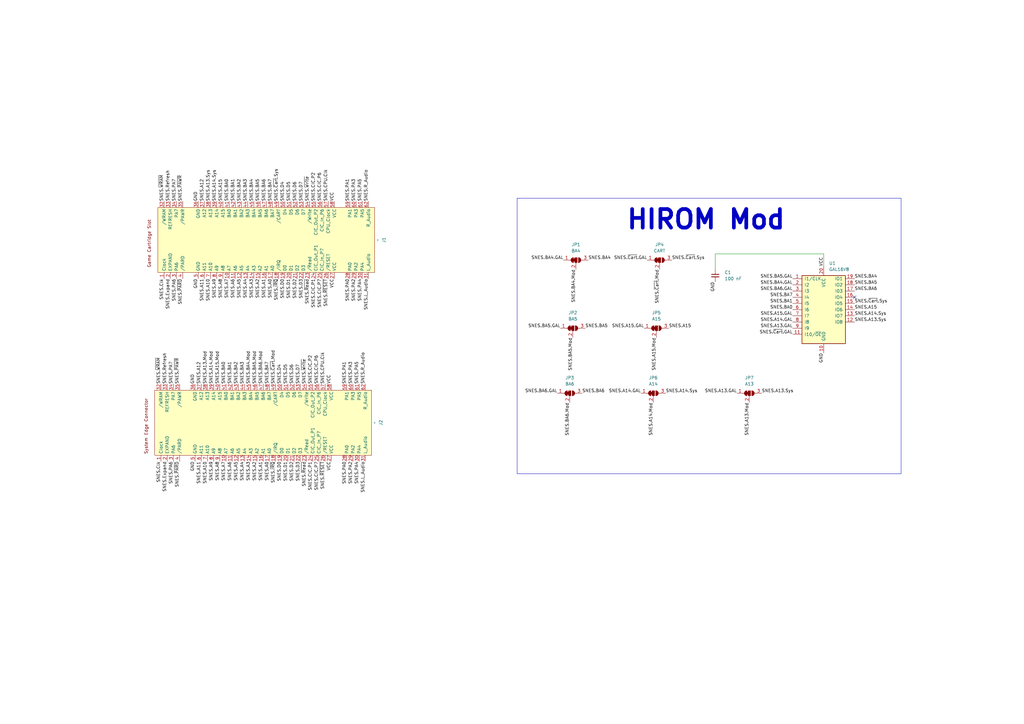
<source format=kicad_sch>
(kicad_sch
	(version 20231120)
	(generator "eeschema")
	(generator_version "8.0")
	(uuid "cee11636-d300-4f31-addf-88ca03a84a7f")
	(paper "A3")
	(lib_symbols
		(symbol "!SMC:SNES_Connector_Game"
			(exclude_from_sim no)
			(in_bom yes)
			(on_board yes)
			(property "Reference" "CN1"
				(at 0.635 -48.26 0)
				(effects
					(font
						(size 1.27 1.27)
					)
				)
			)
			(property "Value" "~"
				(at 0.635 -45.72 0)
				(effects
					(font
						(size 1.27 1.27)
					)
				)
			)
			(property "Footprint" "!SF7:Cartridge Slot"
				(at 0 0 0)
				(effects
					(font
						(size 1.27 1.27)
					)
					(hide yes)
				)
			)
			(property "Datasheet" ""
				(at 0 0 0)
				(effects
					(font
						(size 1.27 1.27)
					)
					(hide yes)
				)
			)
			(property "Description" ""
				(at 0 0 0)
				(effects
					(font
						(size 1.27 1.27)
					)
					(hide yes)
				)
			)
			(symbol "SNES_Connector_Game_1_1"
				(rectangle
					(start -12.7 44.45)
					(end 13.97 -44.45)
					(stroke
						(width 0)
						(type default)
					)
					(fill
						(type background)
					)
				)
				(text "Game Cartridge Slot"
					(at -0.762 48.006 0)
					(effects
						(font
							(size 1.27 1.27)
						)
					)
				)
				(pin input line
					(at -15.24 41.91 0)
					(length 2.54)
					(name "Clock"
						(effects
							(font
								(size 1.27 1.27)
							)
						)
					)
					(number "1"
						(effects
							(font
								(size 1.27 1.27)
							)
						)
					)
				)
				(pin input line
					(at -15.24 15.24 0)
					(length 2.54)
					(name "A7"
						(effects
							(font
								(size 1.27 1.27)
							)
						)
					)
					(number "10"
						(effects
							(font
								(size 1.27 1.27)
							)
						)
					)
				)
				(pin input line
					(at -15.24 12.7 0)
					(length 2.54)
					(name "A6"
						(effects
							(font
								(size 1.27 1.27)
							)
						)
					)
					(number "11"
						(effects
							(font
								(size 1.27 1.27)
							)
						)
					)
				)
				(pin input line
					(at -15.24 10.16 0)
					(length 2.54)
					(name "A5"
						(effects
							(font
								(size 1.27 1.27)
							)
						)
					)
					(number "12"
						(effects
							(font
								(size 1.27 1.27)
							)
						)
					)
				)
				(pin input line
					(at -15.24 7.62 0)
					(length 2.54)
					(name "A4"
						(effects
							(font
								(size 1.27 1.27)
							)
						)
					)
					(number "13"
						(effects
							(font
								(size 1.27 1.27)
							)
						)
					)
				)
				(pin input line
					(at -15.24 5.08 0)
					(length 2.54)
					(name "A3"
						(effects
							(font
								(size 1.27 1.27)
							)
						)
					)
					(number "14"
						(effects
							(font
								(size 1.27 1.27)
							)
						)
					)
				)
				(pin input line
					(at -15.24 2.54 0)
					(length 2.54)
					(name "A2"
						(effects
							(font
								(size 1.27 1.27)
							)
						)
					)
					(number "15"
						(effects
							(font
								(size 1.27 1.27)
							)
						)
					)
				)
				(pin input line
					(at -15.24 0 0)
					(length 2.54)
					(name "A1"
						(effects
							(font
								(size 1.27 1.27)
							)
						)
					)
					(number "16"
						(effects
							(font
								(size 1.27 1.27)
							)
						)
					)
				)
				(pin input line
					(at -15.24 -2.54 0)
					(length 2.54)
					(name "A0"
						(effects
							(font
								(size 1.27 1.27)
							)
						)
					)
					(number "17"
						(effects
							(font
								(size 1.27 1.27)
							)
						)
					)
				)
				(pin input line
					(at -15.24 -5.08 0)
					(length 2.54)
					(name "/IRQ"
						(effects
							(font
								(size 1.27 1.27)
							)
						)
					)
					(number "18"
						(effects
							(font
								(size 1.27 1.27)
							)
						)
					)
				)
				(pin input line
					(at -15.24 -7.62 0)
					(length 2.54)
					(name "D0"
						(effects
							(font
								(size 1.27 1.27)
							)
						)
					)
					(number "19"
						(effects
							(font
								(size 1.27 1.27)
							)
						)
					)
				)
				(pin input line
					(at -15.24 39.37 0)
					(length 2.54)
					(name "EXPAND"
						(effects
							(font
								(size 1.27 1.27)
							)
						)
					)
					(number "2"
						(effects
							(font
								(size 1.27 1.27)
							)
						)
					)
				)
				(pin input line
					(at -15.24 -10.16 0)
					(length 2.54)
					(name "D1"
						(effects
							(font
								(size 1.27 1.27)
							)
						)
					)
					(number "20"
						(effects
							(font
								(size 1.27 1.27)
							)
						)
					)
				)
				(pin input line
					(at -15.24 -12.7 0)
					(length 2.54)
					(name "D2"
						(effects
							(font
								(size 1.27 1.27)
							)
						)
					)
					(number "21"
						(effects
							(font
								(size 1.27 1.27)
							)
						)
					)
				)
				(pin input line
					(at -15.24 -15.24 0)
					(length 2.54)
					(name "D3"
						(effects
							(font
								(size 1.27 1.27)
							)
						)
					)
					(number "22"
						(effects
							(font
								(size 1.27 1.27)
							)
						)
					)
				)
				(pin input line
					(at -15.24 -17.78 0)
					(length 2.54)
					(name "/Read"
						(effects
							(font
								(size 1.27 1.27)
							)
						)
					)
					(number "23"
						(effects
							(font
								(size 1.27 1.27)
							)
						)
					)
				)
				(pin input line
					(at -15.24 -20.32 0)
					(length 2.54)
					(name "CIC_Out_P1"
						(effects
							(font
								(size 1.27 1.27)
							)
						)
					)
					(number "24"
						(effects
							(font
								(size 1.27 1.27)
							)
						)
					)
				)
				(pin input line
					(at -15.24 -22.86 0)
					(length 2.54)
					(name "CIC_In_P7"
						(effects
							(font
								(size 1.27 1.27)
							)
						)
					)
					(number "25"
						(effects
							(font
								(size 1.27 1.27)
							)
						)
					)
				)
				(pin input line
					(at -15.24 -25.4 0)
					(length 2.54)
					(name "/RESET"
						(effects
							(font
								(size 1.27 1.27)
							)
						)
					)
					(number "26"
						(effects
							(font
								(size 1.27 1.27)
							)
						)
					)
				)
				(pin power_in line
					(at -15.24 -27.94 0)
					(length 2.54)
					(name "VCC"
						(effects
							(font
								(size 1.27 1.27)
							)
						)
					)
					(number "27"
						(effects
							(font
								(size 1.27 1.27)
							)
						)
					)
				)
				(pin input line
					(at -15.24 -34.29 0)
					(length 2.54)
					(name "PA0"
						(effects
							(font
								(size 1.27 1.27)
							)
						)
					)
					(number "28"
						(effects
							(font
								(size 1.27 1.27)
							)
						)
					)
				)
				(pin input line
					(at -15.24 -36.83 0)
					(length 2.54)
					(name "PA2"
						(effects
							(font
								(size 1.27 1.27)
							)
						)
					)
					(number "29"
						(effects
							(font
								(size 1.27 1.27)
							)
						)
					)
				)
				(pin input line
					(at -15.24 36.83 0)
					(length 2.54)
					(name "PA6"
						(effects
							(font
								(size 1.27 1.27)
							)
						)
					)
					(number "3"
						(effects
							(font
								(size 1.27 1.27)
							)
						)
					)
				)
				(pin input line
					(at -15.24 -39.37 0)
					(length 2.54)
					(name "PA4"
						(effects
							(font
								(size 1.27 1.27)
							)
						)
					)
					(number "30"
						(effects
							(font
								(size 1.27 1.27)
							)
						)
					)
				)
				(pin input line
					(at -15.24 -41.91 0)
					(length 2.54)
					(name "L_Audio"
						(effects
							(font
								(size 1.27 1.27)
							)
						)
					)
					(number "31"
						(effects
							(font
								(size 1.27 1.27)
							)
						)
					)
				)
				(pin input line
					(at 16.51 41.91 180)
					(length 2.54)
					(name "/WRAM"
						(effects
							(font
								(size 1.27 1.27)
							)
						)
					)
					(number "32"
						(effects
							(font
								(size 1.27 1.27)
							)
						)
					)
				)
				(pin input line
					(at 16.51 39.37 180)
					(length 2.54)
					(name "REFRESH"
						(effects
							(font
								(size 1.27 1.27)
							)
						)
					)
					(number "33"
						(effects
							(font
								(size 1.27 1.27)
							)
						)
					)
				)
				(pin input line
					(at 16.51 36.83 180)
					(length 2.54)
					(name "PA7"
						(effects
							(font
								(size 1.27 1.27)
							)
						)
					)
					(number "34"
						(effects
							(font
								(size 1.27 1.27)
							)
						)
					)
				)
				(pin input line
					(at 16.51 34.29 180)
					(length 2.54)
					(name "/PAWR"
						(effects
							(font
								(size 1.27 1.27)
							)
						)
					)
					(number "35"
						(effects
							(font
								(size 1.27 1.27)
							)
						)
					)
				)
				(pin power_in line
					(at 16.51 27.94 180)
					(length 2.54)
					(name "GND"
						(effects
							(font
								(size 1.27 1.27)
							)
						)
					)
					(number "36"
						(effects
							(font
								(size 1.27 1.27)
							)
						)
					)
				)
				(pin input line
					(at 16.51 25.4 180)
					(length 2.54)
					(name "A12"
						(effects
							(font
								(size 1.27 1.27)
							)
						)
					)
					(number "37"
						(effects
							(font
								(size 1.27 1.27)
							)
						)
					)
				)
				(pin input line
					(at 16.51 22.86 180)
					(length 2.54)
					(name "A13"
						(effects
							(font
								(size 1.27 1.27)
							)
						)
					)
					(number "38"
						(effects
							(font
								(size 1.27 1.27)
							)
						)
					)
				)
				(pin input line
					(at 16.51 20.32 180)
					(length 2.54)
					(name "A14"
						(effects
							(font
								(size 1.27 1.27)
							)
						)
					)
					(number "39"
						(effects
							(font
								(size 1.27 1.27)
							)
						)
					)
				)
				(pin input line
					(at -15.24 34.29 0)
					(length 2.54)
					(name "/PARD"
						(effects
							(font
								(size 1.27 1.27)
							)
						)
					)
					(number "4"
						(effects
							(font
								(size 1.27 1.27)
							)
						)
					)
				)
				(pin input line
					(at 16.51 17.78 180)
					(length 2.54)
					(name "A15"
						(effects
							(font
								(size 1.27 1.27)
							)
						)
					)
					(number "40"
						(effects
							(font
								(size 1.27 1.27)
							)
						)
					)
				)
				(pin input line
					(at 16.51 15.24 180)
					(length 2.54)
					(name "BA0"
						(effects
							(font
								(size 1.27 1.27)
							)
						)
					)
					(number "41"
						(effects
							(font
								(size 1.27 1.27)
							)
						)
					)
				)
				(pin input line
					(at 16.51 12.7 180)
					(length 2.54)
					(name "BA1"
						(effects
							(font
								(size 1.27 1.27)
							)
						)
					)
					(number "42"
						(effects
							(font
								(size 1.27 1.27)
							)
						)
					)
				)
				(pin input line
					(at 16.51 10.16 180)
					(length 2.54)
					(name "BA2"
						(effects
							(font
								(size 1.27 1.27)
							)
						)
					)
					(number "43"
						(effects
							(font
								(size 1.27 1.27)
							)
						)
					)
				)
				(pin input line
					(at 16.51 7.62 180)
					(length 2.54)
					(name "BA3"
						(effects
							(font
								(size 1.27 1.27)
							)
						)
					)
					(number "44"
						(effects
							(font
								(size 1.27 1.27)
							)
						)
					)
				)
				(pin input line
					(at 16.51 5.08 180)
					(length 2.54)
					(name "BA4"
						(effects
							(font
								(size 1.27 1.27)
							)
						)
					)
					(number "45"
						(effects
							(font
								(size 1.27 1.27)
							)
						)
					)
				)
				(pin input line
					(at 16.51 2.54 180)
					(length 2.54)
					(name "BA5"
						(effects
							(font
								(size 1.27 1.27)
							)
						)
					)
					(number "46"
						(effects
							(font
								(size 1.27 1.27)
							)
						)
					)
				)
				(pin input line
					(at 16.51 0 180)
					(length 2.54)
					(name "BA6"
						(effects
							(font
								(size 1.27 1.27)
							)
						)
					)
					(number "47"
						(effects
							(font
								(size 1.27 1.27)
							)
						)
					)
				)
				(pin input line
					(at 16.51 -2.54 180)
					(length 2.54)
					(name "BA7"
						(effects
							(font
								(size 1.27 1.27)
							)
						)
					)
					(number "48"
						(effects
							(font
								(size 1.27 1.27)
							)
						)
					)
				)
				(pin input line
					(at 16.51 -5.08 180)
					(length 2.54)
					(name "/CART"
						(effects
							(font
								(size 1.27 1.27)
							)
						)
					)
					(number "49"
						(effects
							(font
								(size 1.27 1.27)
							)
						)
					)
				)
				(pin power_in line
					(at -15.24 27.94 0)
					(length 2.54)
					(name "GND"
						(effects
							(font
								(size 1.27 1.27)
							)
						)
					)
					(number "5"
						(effects
							(font
								(size 1.27 1.27)
							)
						)
					)
				)
				(pin input line
					(at 16.51 -7.62 180)
					(length 2.54)
					(name "D4"
						(effects
							(font
								(size 1.27 1.27)
							)
						)
					)
					(number "50"
						(effects
							(font
								(size 1.27 1.27)
							)
						)
					)
				)
				(pin input line
					(at 16.51 -10.16 180)
					(length 2.54)
					(name "D5"
						(effects
							(font
								(size 1.27 1.27)
							)
						)
					)
					(number "51"
						(effects
							(font
								(size 1.27 1.27)
							)
						)
					)
				)
				(pin input line
					(at 16.51 -12.7 180)
					(length 2.54)
					(name "D6"
						(effects
							(font
								(size 1.27 1.27)
							)
						)
					)
					(number "52"
						(effects
							(font
								(size 1.27 1.27)
							)
						)
					)
				)
				(pin input line
					(at 16.51 -15.24 180)
					(length 2.54)
					(name "D7"
						(effects
							(font
								(size 1.27 1.27)
							)
						)
					)
					(number "53"
						(effects
							(font
								(size 1.27 1.27)
							)
						)
					)
				)
				(pin input line
					(at 16.51 -17.78 180)
					(length 2.54)
					(name "/Write"
						(effects
							(font
								(size 1.27 1.27)
							)
						)
					)
					(number "54"
						(effects
							(font
								(size 1.27 1.27)
							)
						)
					)
				)
				(pin input line
					(at 16.51 -20.32 180)
					(length 2.54)
					(name "CIC_Out_P2"
						(effects
							(font
								(size 1.27 1.27)
							)
						)
					)
					(number "55"
						(effects
							(font
								(size 1.27 1.27)
							)
						)
					)
				)
				(pin input line
					(at 16.51 -22.86 180)
					(length 2.54)
					(name "CIC_In_P6"
						(effects
							(font
								(size 1.27 1.27)
							)
						)
					)
					(number "56"
						(effects
							(font
								(size 1.27 1.27)
							)
						)
					)
				)
				(pin input line
					(at 16.51 -25.4 180)
					(length 2.54)
					(name "CPU_Clock"
						(effects
							(font
								(size 1.27 1.27)
							)
						)
					)
					(number "57"
						(effects
							(font
								(size 1.27 1.27)
							)
						)
					)
				)
				(pin power_in line
					(at 16.51 -27.94 180)
					(length 2.54)
					(name "VCC"
						(effects
							(font
								(size 1.27 1.27)
							)
						)
					)
					(number "58"
						(effects
							(font
								(size 1.27 1.27)
							)
						)
					)
				)
				(pin input line
					(at 16.51 -34.29 180)
					(length 2.54)
					(name "PA1"
						(effects
							(font
								(size 1.27 1.27)
							)
						)
					)
					(number "59"
						(effects
							(font
								(size 1.27 1.27)
							)
						)
					)
				)
				(pin input line
					(at -15.24 25.4 0)
					(length 2.54)
					(name "A11"
						(effects
							(font
								(size 1.27 1.27)
							)
						)
					)
					(number "6"
						(effects
							(font
								(size 1.27 1.27)
							)
						)
					)
				)
				(pin input line
					(at 16.51 -36.83 180)
					(length 2.54)
					(name "PA3"
						(effects
							(font
								(size 1.27 1.27)
							)
						)
					)
					(number "60"
						(effects
							(font
								(size 1.27 1.27)
							)
						)
					)
				)
				(pin input line
					(at 16.51 -39.37 180)
					(length 2.54)
					(name "PA5"
						(effects
							(font
								(size 1.27 1.27)
							)
						)
					)
					(number "61"
						(effects
							(font
								(size 1.27 1.27)
							)
						)
					)
				)
				(pin input line
					(at 16.51 -41.91 180)
					(length 2.54)
					(name "R_Audio"
						(effects
							(font
								(size 1.27 1.27)
							)
						)
					)
					(number "62"
						(effects
							(font
								(size 1.27 1.27)
							)
						)
					)
				)
				(pin input line
					(at -15.24 22.86 0)
					(length 2.54)
					(name "A10"
						(effects
							(font
								(size 1.27 1.27)
							)
						)
					)
					(number "7"
						(effects
							(font
								(size 1.27 1.27)
							)
						)
					)
				)
				(pin input line
					(at -15.24 20.32 0)
					(length 2.54)
					(name "A9"
						(effects
							(font
								(size 1.27 1.27)
							)
						)
					)
					(number "8"
						(effects
							(font
								(size 1.27 1.27)
							)
						)
					)
				)
				(pin input line
					(at -15.24 17.78 0)
					(length 2.54)
					(name "A8"
						(effects
							(font
								(size 1.27 1.27)
							)
						)
					)
					(number "9"
						(effects
							(font
								(size 1.27 1.27)
							)
						)
					)
				)
			)
		)
		(symbol "!SMC:SNES_Connector_Sys"
			(exclude_from_sim no)
			(in_bom yes)
			(on_board yes)
			(property "Reference" "CN2"
				(at 0.635 -48.26 0)
				(effects
					(font
						(size 1.27 1.27)
					)
				)
			)
			(property "Value" "~"
				(at 0.635 -45.72 0)
				(effects
					(font
						(size 1.27 1.27)
					)
				)
			)
			(property "Footprint" "!SF7:Cartridge Slot"
				(at 0 0 0)
				(effects
					(font
						(size 1.27 1.27)
					)
					(hide yes)
				)
			)
			(property "Datasheet" ""
				(at 0 0 0)
				(effects
					(font
						(size 1.27 1.27)
					)
					(hide yes)
				)
			)
			(property "Description" ""
				(at 0 0 0)
				(effects
					(font
						(size 1.27 1.27)
					)
					(hide yes)
				)
			)
			(symbol "SNES_Connector_Sys_1_1"
				(rectangle
					(start -12.7 44.45)
					(end 13.97 -44.45)
					(stroke
						(width 0)
						(type default)
					)
					(fill
						(type background)
					)
				)
				(text "System Edge Connector"
					(at -0.762 48.006 0)
					(effects
						(font
							(size 1.27 1.27)
						)
					)
				)
				(pin input line
					(at -15.24 41.91 0)
					(length 2.54)
					(name "Clock"
						(effects
							(font
								(size 1.27 1.27)
							)
						)
					)
					(number "1"
						(effects
							(font
								(size 1.27 1.27)
							)
						)
					)
				)
				(pin input line
					(at -15.24 15.24 0)
					(length 2.54)
					(name "A7"
						(effects
							(font
								(size 1.27 1.27)
							)
						)
					)
					(number "10"
						(effects
							(font
								(size 1.27 1.27)
							)
						)
					)
				)
				(pin input line
					(at -15.24 12.7 0)
					(length 2.54)
					(name "A6"
						(effects
							(font
								(size 1.27 1.27)
							)
						)
					)
					(number "11"
						(effects
							(font
								(size 1.27 1.27)
							)
						)
					)
				)
				(pin input line
					(at -15.24 10.16 0)
					(length 2.54)
					(name "A5"
						(effects
							(font
								(size 1.27 1.27)
							)
						)
					)
					(number "12"
						(effects
							(font
								(size 1.27 1.27)
							)
						)
					)
				)
				(pin input line
					(at -15.24 7.62 0)
					(length 2.54)
					(name "A4"
						(effects
							(font
								(size 1.27 1.27)
							)
						)
					)
					(number "13"
						(effects
							(font
								(size 1.27 1.27)
							)
						)
					)
				)
				(pin input line
					(at -15.24 5.08 0)
					(length 2.54)
					(name "A3"
						(effects
							(font
								(size 1.27 1.27)
							)
						)
					)
					(number "14"
						(effects
							(font
								(size 1.27 1.27)
							)
						)
					)
				)
				(pin input line
					(at -15.24 2.54 0)
					(length 2.54)
					(name "A2"
						(effects
							(font
								(size 1.27 1.27)
							)
						)
					)
					(number "15"
						(effects
							(font
								(size 1.27 1.27)
							)
						)
					)
				)
				(pin input line
					(at -15.24 0 0)
					(length 2.54)
					(name "A1"
						(effects
							(font
								(size 1.27 1.27)
							)
						)
					)
					(number "16"
						(effects
							(font
								(size 1.27 1.27)
							)
						)
					)
				)
				(pin input line
					(at -15.24 -2.54 0)
					(length 2.54)
					(name "A0"
						(effects
							(font
								(size 1.27 1.27)
							)
						)
					)
					(number "17"
						(effects
							(font
								(size 1.27 1.27)
							)
						)
					)
				)
				(pin input line
					(at -15.24 -5.08 0)
					(length 2.54)
					(name "/IRQ"
						(effects
							(font
								(size 1.27 1.27)
							)
						)
					)
					(number "18"
						(effects
							(font
								(size 1.27 1.27)
							)
						)
					)
				)
				(pin input line
					(at -15.24 -7.62 0)
					(length 2.54)
					(name "D0"
						(effects
							(font
								(size 1.27 1.27)
							)
						)
					)
					(number "19"
						(effects
							(font
								(size 1.27 1.27)
							)
						)
					)
				)
				(pin input line
					(at -15.24 39.37 0)
					(length 2.54)
					(name "EXPAND"
						(effects
							(font
								(size 1.27 1.27)
							)
						)
					)
					(number "2"
						(effects
							(font
								(size 1.27 1.27)
							)
						)
					)
				)
				(pin input line
					(at -15.24 -10.16 0)
					(length 2.54)
					(name "D1"
						(effects
							(font
								(size 1.27 1.27)
							)
						)
					)
					(number "20"
						(effects
							(font
								(size 1.27 1.27)
							)
						)
					)
				)
				(pin input line
					(at -15.24 -12.7 0)
					(length 2.54)
					(name "D2"
						(effects
							(font
								(size 1.27 1.27)
							)
						)
					)
					(number "21"
						(effects
							(font
								(size 1.27 1.27)
							)
						)
					)
				)
				(pin input line
					(at -15.24 -15.24 0)
					(length 2.54)
					(name "D3"
						(effects
							(font
								(size 1.27 1.27)
							)
						)
					)
					(number "22"
						(effects
							(font
								(size 1.27 1.27)
							)
						)
					)
				)
				(pin input line
					(at -15.24 -17.78 0)
					(length 2.54)
					(name "/Read"
						(effects
							(font
								(size 1.27 1.27)
							)
						)
					)
					(number "23"
						(effects
							(font
								(size 1.27 1.27)
							)
						)
					)
				)
				(pin input line
					(at -15.24 -20.32 0)
					(length 2.54)
					(name "CIC_Out_P1"
						(effects
							(font
								(size 1.27 1.27)
							)
						)
					)
					(number "24"
						(effects
							(font
								(size 1.27 1.27)
							)
						)
					)
				)
				(pin input line
					(at -15.24 -22.86 0)
					(length 2.54)
					(name "CIC_In_P7"
						(effects
							(font
								(size 1.27 1.27)
							)
						)
					)
					(number "25"
						(effects
							(font
								(size 1.27 1.27)
							)
						)
					)
				)
				(pin input line
					(at -15.24 -25.4 0)
					(length 2.54)
					(name "/RESET"
						(effects
							(font
								(size 1.27 1.27)
							)
						)
					)
					(number "26"
						(effects
							(font
								(size 1.27 1.27)
							)
						)
					)
				)
				(pin power_in line
					(at -15.24 -27.94 0)
					(length 2.54)
					(name "VCC"
						(effects
							(font
								(size 1.27 1.27)
							)
						)
					)
					(number "27"
						(effects
							(font
								(size 1.27 1.27)
							)
						)
					)
				)
				(pin input line
					(at -15.24 -34.29 0)
					(length 2.54)
					(name "PA0"
						(effects
							(font
								(size 1.27 1.27)
							)
						)
					)
					(number "28"
						(effects
							(font
								(size 1.27 1.27)
							)
						)
					)
				)
				(pin input line
					(at -15.24 -36.83 0)
					(length 2.54)
					(name "PA2"
						(effects
							(font
								(size 1.27 1.27)
							)
						)
					)
					(number "29"
						(effects
							(font
								(size 1.27 1.27)
							)
						)
					)
				)
				(pin input line
					(at -15.24 36.83 0)
					(length 2.54)
					(name "PA6"
						(effects
							(font
								(size 1.27 1.27)
							)
						)
					)
					(number "3"
						(effects
							(font
								(size 1.27 1.27)
							)
						)
					)
				)
				(pin input line
					(at -15.24 -39.37 0)
					(length 2.54)
					(name "PA4"
						(effects
							(font
								(size 1.27 1.27)
							)
						)
					)
					(number "30"
						(effects
							(font
								(size 1.27 1.27)
							)
						)
					)
				)
				(pin input line
					(at -15.24 -41.91 0)
					(length 2.54)
					(name "L_Audio"
						(effects
							(font
								(size 1.27 1.27)
							)
						)
					)
					(number "31"
						(effects
							(font
								(size 1.27 1.27)
							)
						)
					)
				)
				(pin input line
					(at 16.51 41.91 180)
					(length 2.54)
					(name "/WRAM"
						(effects
							(font
								(size 1.27 1.27)
							)
						)
					)
					(number "32"
						(effects
							(font
								(size 1.27 1.27)
							)
						)
					)
				)
				(pin input line
					(at 16.51 39.37 180)
					(length 2.54)
					(name "REFRESH"
						(effects
							(font
								(size 1.27 1.27)
							)
						)
					)
					(number "33"
						(effects
							(font
								(size 1.27 1.27)
							)
						)
					)
				)
				(pin input line
					(at 16.51 36.83 180)
					(length 2.54)
					(name "PA7"
						(effects
							(font
								(size 1.27 1.27)
							)
						)
					)
					(number "34"
						(effects
							(font
								(size 1.27 1.27)
							)
						)
					)
				)
				(pin input line
					(at 16.51 34.29 180)
					(length 2.54)
					(name "/PAWR"
						(effects
							(font
								(size 1.27 1.27)
							)
						)
					)
					(number "35"
						(effects
							(font
								(size 1.27 1.27)
							)
						)
					)
				)
				(pin power_in line
					(at 16.51 27.94 180)
					(length 2.54)
					(name "GND"
						(effects
							(font
								(size 1.27 1.27)
							)
						)
					)
					(number "36"
						(effects
							(font
								(size 1.27 1.27)
							)
						)
					)
				)
				(pin input line
					(at 16.51 25.4 180)
					(length 2.54)
					(name "A12"
						(effects
							(font
								(size 1.27 1.27)
							)
						)
					)
					(number "37"
						(effects
							(font
								(size 1.27 1.27)
							)
						)
					)
				)
				(pin input line
					(at 16.51 22.86 180)
					(length 2.54)
					(name "A13"
						(effects
							(font
								(size 1.27 1.27)
							)
						)
					)
					(number "38"
						(effects
							(font
								(size 1.27 1.27)
							)
						)
					)
				)
				(pin input line
					(at 16.51 20.32 180)
					(length 2.54)
					(name "A14"
						(effects
							(font
								(size 1.27 1.27)
							)
						)
					)
					(number "39"
						(effects
							(font
								(size 1.27 1.27)
							)
						)
					)
				)
				(pin input line
					(at -15.24 34.29 0)
					(length 2.54)
					(name "/PARD"
						(effects
							(font
								(size 1.27 1.27)
							)
						)
					)
					(number "4"
						(effects
							(font
								(size 1.27 1.27)
							)
						)
					)
				)
				(pin input line
					(at 16.51 17.78 180)
					(length 2.54)
					(name "A15"
						(effects
							(font
								(size 1.27 1.27)
							)
						)
					)
					(number "40"
						(effects
							(font
								(size 1.27 1.27)
							)
						)
					)
				)
				(pin input line
					(at 16.51 15.24 180)
					(length 2.54)
					(name "BA0"
						(effects
							(font
								(size 1.27 1.27)
							)
						)
					)
					(number "41"
						(effects
							(font
								(size 1.27 1.27)
							)
						)
					)
				)
				(pin input line
					(at 16.51 12.7 180)
					(length 2.54)
					(name "BA1"
						(effects
							(font
								(size 1.27 1.27)
							)
						)
					)
					(number "42"
						(effects
							(font
								(size 1.27 1.27)
							)
						)
					)
				)
				(pin input line
					(at 16.51 10.16 180)
					(length 2.54)
					(name "BA2"
						(effects
							(font
								(size 1.27 1.27)
							)
						)
					)
					(number "43"
						(effects
							(font
								(size 1.27 1.27)
							)
						)
					)
				)
				(pin input line
					(at 16.51 7.62 180)
					(length 2.54)
					(name "BA3"
						(effects
							(font
								(size 1.27 1.27)
							)
						)
					)
					(number "44"
						(effects
							(font
								(size 1.27 1.27)
							)
						)
					)
				)
				(pin input line
					(at 16.51 5.08 180)
					(length 2.54)
					(name "BA4"
						(effects
							(font
								(size 1.27 1.27)
							)
						)
					)
					(number "45"
						(effects
							(font
								(size 1.27 1.27)
							)
						)
					)
				)
				(pin input line
					(at 16.51 2.54 180)
					(length 2.54)
					(name "BA5"
						(effects
							(font
								(size 1.27 1.27)
							)
						)
					)
					(number "46"
						(effects
							(font
								(size 1.27 1.27)
							)
						)
					)
				)
				(pin input line
					(at 16.51 0 180)
					(length 2.54)
					(name "BA6"
						(effects
							(font
								(size 1.27 1.27)
							)
						)
					)
					(number "47"
						(effects
							(font
								(size 1.27 1.27)
							)
						)
					)
				)
				(pin input line
					(at 16.51 -2.54 180)
					(length 2.54)
					(name "BA7"
						(effects
							(font
								(size 1.27 1.27)
							)
						)
					)
					(number "48"
						(effects
							(font
								(size 1.27 1.27)
							)
						)
					)
				)
				(pin input line
					(at 16.51 -5.08 180)
					(length 2.54)
					(name "/CART"
						(effects
							(font
								(size 1.27 1.27)
							)
						)
					)
					(number "49"
						(effects
							(font
								(size 1.27 1.27)
							)
						)
					)
				)
				(pin power_in line
					(at -15.24 27.94 0)
					(length 2.54)
					(name "GND"
						(effects
							(font
								(size 1.27 1.27)
							)
						)
					)
					(number "5"
						(effects
							(font
								(size 1.27 1.27)
							)
						)
					)
				)
				(pin input line
					(at 16.51 -7.62 180)
					(length 2.54)
					(name "D4"
						(effects
							(font
								(size 1.27 1.27)
							)
						)
					)
					(number "50"
						(effects
							(font
								(size 1.27 1.27)
							)
						)
					)
				)
				(pin input line
					(at 16.51 -10.16 180)
					(length 2.54)
					(name "D5"
						(effects
							(font
								(size 1.27 1.27)
							)
						)
					)
					(number "51"
						(effects
							(font
								(size 1.27 1.27)
							)
						)
					)
				)
				(pin input line
					(at 16.51 -12.7 180)
					(length 2.54)
					(name "D6"
						(effects
							(font
								(size 1.27 1.27)
							)
						)
					)
					(number "52"
						(effects
							(font
								(size 1.27 1.27)
							)
						)
					)
				)
				(pin input line
					(at 16.51 -15.24 180)
					(length 2.54)
					(name "D7"
						(effects
							(font
								(size 1.27 1.27)
							)
						)
					)
					(number "53"
						(effects
							(font
								(size 1.27 1.27)
							)
						)
					)
				)
				(pin input line
					(at 16.51 -17.78 180)
					(length 2.54)
					(name "/Write"
						(effects
							(font
								(size 1.27 1.27)
							)
						)
					)
					(number "54"
						(effects
							(font
								(size 1.27 1.27)
							)
						)
					)
				)
				(pin input line
					(at 16.51 -20.32 180)
					(length 2.54)
					(name "CIC_Out_P2"
						(effects
							(font
								(size 1.27 1.27)
							)
						)
					)
					(number "55"
						(effects
							(font
								(size 1.27 1.27)
							)
						)
					)
				)
				(pin input line
					(at 16.51 -22.86 180)
					(length 2.54)
					(name "CIC_In_P6"
						(effects
							(font
								(size 1.27 1.27)
							)
						)
					)
					(number "56"
						(effects
							(font
								(size 1.27 1.27)
							)
						)
					)
				)
				(pin input line
					(at 16.51 -25.4 180)
					(length 2.54)
					(name "CPU_Clock"
						(effects
							(font
								(size 1.27 1.27)
							)
						)
					)
					(number "57"
						(effects
							(font
								(size 1.27 1.27)
							)
						)
					)
				)
				(pin power_in line
					(at 16.51 -27.94 180)
					(length 2.54)
					(name "VCC"
						(effects
							(font
								(size 1.27 1.27)
							)
						)
					)
					(number "58"
						(effects
							(font
								(size 1.27 1.27)
							)
						)
					)
				)
				(pin input line
					(at 16.51 -34.29 180)
					(length 2.54)
					(name "PA1"
						(effects
							(font
								(size 1.27 1.27)
							)
						)
					)
					(number "59"
						(effects
							(font
								(size 1.27 1.27)
							)
						)
					)
				)
				(pin input line
					(at -15.24 25.4 0)
					(length 2.54)
					(name "A11"
						(effects
							(font
								(size 1.27 1.27)
							)
						)
					)
					(number "6"
						(effects
							(font
								(size 1.27 1.27)
							)
						)
					)
				)
				(pin input line
					(at 16.51 -36.83 180)
					(length 2.54)
					(name "PA3"
						(effects
							(font
								(size 1.27 1.27)
							)
						)
					)
					(number "60"
						(effects
							(font
								(size 1.27 1.27)
							)
						)
					)
				)
				(pin input line
					(at 16.51 -39.37 180)
					(length 2.54)
					(name "PA5"
						(effects
							(font
								(size 1.27 1.27)
							)
						)
					)
					(number "61"
						(effects
							(font
								(size 1.27 1.27)
							)
						)
					)
				)
				(pin input line
					(at 16.51 -41.91 180)
					(length 2.54)
					(name "R_Audio"
						(effects
							(font
								(size 1.27 1.27)
							)
						)
					)
					(number "62"
						(effects
							(font
								(size 1.27 1.27)
							)
						)
					)
				)
				(pin input line
					(at -15.24 22.86 0)
					(length 2.54)
					(name "A10"
						(effects
							(font
								(size 1.27 1.27)
							)
						)
					)
					(number "7"
						(effects
							(font
								(size 1.27 1.27)
							)
						)
					)
				)
				(pin input line
					(at -15.24 20.32 0)
					(length 2.54)
					(name "A9"
						(effects
							(font
								(size 1.27 1.27)
							)
						)
					)
					(number "8"
						(effects
							(font
								(size 1.27 1.27)
							)
						)
					)
				)
				(pin input line
					(at -15.24 17.78 0)
					(length 2.54)
					(name "A8"
						(effects
							(font
								(size 1.27 1.27)
							)
						)
					)
					(number "9"
						(effects
							(font
								(size 1.27 1.27)
							)
						)
					)
				)
			)
		)
		(symbol "Device:C_Small"
			(pin_numbers hide)
			(pin_names
				(offset 0.254) hide)
			(exclude_from_sim no)
			(in_bom yes)
			(on_board yes)
			(property "Reference" "C"
				(at 0.254 1.778 0)
				(effects
					(font
						(size 1.27 1.27)
					)
					(justify left)
				)
			)
			(property "Value" "C_Small"
				(at 0.254 -2.032 0)
				(effects
					(font
						(size 1.27 1.27)
					)
					(justify left)
				)
			)
			(property "Footprint" ""
				(at 0 0 0)
				(effects
					(font
						(size 1.27 1.27)
					)
					(hide yes)
				)
			)
			(property "Datasheet" "~"
				(at 0 0 0)
				(effects
					(font
						(size 1.27 1.27)
					)
					(hide yes)
				)
			)
			(property "Description" "Unpolarized capacitor, small symbol"
				(at 0 0 0)
				(effects
					(font
						(size 1.27 1.27)
					)
					(hide yes)
				)
			)
			(property "ki_keywords" "capacitor cap"
				(at 0 0 0)
				(effects
					(font
						(size 1.27 1.27)
					)
					(hide yes)
				)
			)
			(property "ki_fp_filters" "C_*"
				(at 0 0 0)
				(effects
					(font
						(size 1.27 1.27)
					)
					(hide yes)
				)
			)
			(symbol "C_Small_0_1"
				(polyline
					(pts
						(xy -1.524 -0.508) (xy 1.524 -0.508)
					)
					(stroke
						(width 0.3302)
						(type default)
					)
					(fill
						(type none)
					)
				)
				(polyline
					(pts
						(xy -1.524 0.508) (xy 1.524 0.508)
					)
					(stroke
						(width 0.3048)
						(type default)
					)
					(fill
						(type none)
					)
				)
			)
			(symbol "C_Small_1_1"
				(pin passive line
					(at 0 2.54 270)
					(length 2.032)
					(name "~"
						(effects
							(font
								(size 1.27 1.27)
							)
						)
					)
					(number "1"
						(effects
							(font
								(size 1.27 1.27)
							)
						)
					)
				)
				(pin passive line
					(at 0 -2.54 90)
					(length 2.032)
					(name "~"
						(effects
							(font
								(size 1.27 1.27)
							)
						)
					)
					(number "2"
						(effects
							(font
								(size 1.27 1.27)
							)
						)
					)
				)
			)
		)
		(symbol "Jumper:SolderJumper_3_Bridged12"
			(pin_names
				(offset 0) hide)
			(exclude_from_sim yes)
			(in_bom no)
			(on_board yes)
			(property "Reference" "JP"
				(at -2.54 -2.54 0)
				(effects
					(font
						(size 1.27 1.27)
					)
				)
			)
			(property "Value" "SolderJumper_3_Bridged12"
				(at 0 2.794 0)
				(effects
					(font
						(size 1.27 1.27)
					)
				)
			)
			(property "Footprint" ""
				(at 0 0 0)
				(effects
					(font
						(size 1.27 1.27)
					)
					(hide yes)
				)
			)
			(property "Datasheet" "~"
				(at 0 0 0)
				(effects
					(font
						(size 1.27 1.27)
					)
					(hide yes)
				)
			)
			(property "Description" "3-pole Solder Jumper, pins 1+2 closed/bridged"
				(at 0 0 0)
				(effects
					(font
						(size 1.27 1.27)
					)
					(hide yes)
				)
			)
			(property "ki_keywords" "Solder Jumper SPDT"
				(at 0 0 0)
				(effects
					(font
						(size 1.27 1.27)
					)
					(hide yes)
				)
			)
			(property "ki_fp_filters" "SolderJumper*Bridged12*"
				(at 0 0 0)
				(effects
					(font
						(size 1.27 1.27)
					)
					(hide yes)
				)
			)
			(symbol "SolderJumper_3_Bridged12_0_1"
				(rectangle
					(start -1.016 0.508)
					(end -0.508 -0.508)
					(stroke
						(width 0)
						(type default)
					)
					(fill
						(type outline)
					)
				)
				(arc
					(start -1.016 1.016)
					(mid -2.0276 0)
					(end -1.016 -1.016)
					(stroke
						(width 0)
						(type default)
					)
					(fill
						(type none)
					)
				)
				(arc
					(start -1.016 1.016)
					(mid -2.0276 0)
					(end -1.016 -1.016)
					(stroke
						(width 0)
						(type default)
					)
					(fill
						(type outline)
					)
				)
				(rectangle
					(start -0.508 1.016)
					(end 0.508 -1.016)
					(stroke
						(width 0)
						(type default)
					)
					(fill
						(type outline)
					)
				)
				(polyline
					(pts
						(xy -2.54 0) (xy -2.032 0)
					)
					(stroke
						(width 0)
						(type default)
					)
					(fill
						(type none)
					)
				)
				(polyline
					(pts
						(xy -1.016 1.016) (xy -1.016 -1.016)
					)
					(stroke
						(width 0)
						(type default)
					)
					(fill
						(type none)
					)
				)
				(polyline
					(pts
						(xy 0 -1.27) (xy 0 -1.016)
					)
					(stroke
						(width 0)
						(type default)
					)
					(fill
						(type none)
					)
				)
				(polyline
					(pts
						(xy 1.016 1.016) (xy 1.016 -1.016)
					)
					(stroke
						(width 0)
						(type default)
					)
					(fill
						(type none)
					)
				)
				(polyline
					(pts
						(xy 2.54 0) (xy 2.032 0)
					)
					(stroke
						(width 0)
						(type default)
					)
					(fill
						(type none)
					)
				)
				(arc
					(start 1.016 -1.016)
					(mid 2.0276 0)
					(end 1.016 1.016)
					(stroke
						(width 0)
						(type default)
					)
					(fill
						(type none)
					)
				)
				(arc
					(start 1.016 -1.016)
					(mid 2.0276 0)
					(end 1.016 1.016)
					(stroke
						(width 0)
						(type default)
					)
					(fill
						(type outline)
					)
				)
			)
			(symbol "SolderJumper_3_Bridged12_1_1"
				(pin passive line
					(at -5.08 0 0)
					(length 2.54)
					(name "A"
						(effects
							(font
								(size 1.27 1.27)
							)
						)
					)
					(number "1"
						(effects
							(font
								(size 1.27 1.27)
							)
						)
					)
				)
				(pin passive line
					(at 0 -3.81 90)
					(length 2.54)
					(name "C"
						(effects
							(font
								(size 1.27 1.27)
							)
						)
					)
					(number "2"
						(effects
							(font
								(size 1.27 1.27)
							)
						)
					)
				)
				(pin passive line
					(at 5.08 0 180)
					(length 2.54)
					(name "B"
						(effects
							(font
								(size 1.27 1.27)
							)
						)
					)
					(number "3"
						(effects
							(font
								(size 1.27 1.27)
							)
						)
					)
				)
			)
		)
		(symbol "Logic_Programmable:GAL16V8"
			(pin_names
				(offset 1.016)
			)
			(exclude_from_sim no)
			(in_bom yes)
			(on_board yes)
			(property "Reference" "U"
				(at -8.89 16.51 0)
				(effects
					(font
						(size 1.27 1.27)
					)
					(justify left)
				)
			)
			(property "Value" "GAL16V8"
				(at 1.27 16.51 0)
				(effects
					(font
						(size 1.27 1.27)
					)
					(justify left)
				)
			)
			(property "Footprint" ""
				(at 0 0 0)
				(effects
					(font
						(size 1.27 1.27)
					)
					(hide yes)
				)
			)
			(property "Datasheet" ""
				(at 0 0 0)
				(effects
					(font
						(size 1.27 1.27)
					)
					(hide yes)
				)
			)
			(property "Description" "Programmable Logic Array, DIP-20/SOIC-20/PLCC-20"
				(at 0 0 0)
				(effects
					(font
						(size 1.27 1.27)
					)
					(hide yes)
				)
			)
			(property "ki_keywords" "GAL PLD 16V8"
				(at 0 0 0)
				(effects
					(font
						(size 1.27 1.27)
					)
					(hide yes)
				)
			)
			(property "ki_fp_filters" "DIP* PDIP* SOIC* SO* PLCC*"
				(at 0 0 0)
				(effects
					(font
						(size 1.27 1.27)
					)
					(hide yes)
				)
			)
			(symbol "GAL16V8_0_0"
				(pin power_in line
					(at 0 -17.78 90)
					(length 3.81)
					(name "GND"
						(effects
							(font
								(size 1.27 1.27)
							)
						)
					)
					(number "10"
						(effects
							(font
								(size 1.27 1.27)
							)
						)
					)
				)
				(pin power_in line
					(at 0 17.78 270)
					(length 3.81)
					(name "VCC"
						(effects
							(font
								(size 1.27 1.27)
							)
						)
					)
					(number "20"
						(effects
							(font
								(size 1.27 1.27)
							)
						)
					)
				)
			)
			(symbol "GAL16V8_0_1"
				(rectangle
					(start -8.89 13.97)
					(end 8.89 -13.97)
					(stroke
						(width 0.254)
						(type default)
					)
					(fill
						(type background)
					)
				)
			)
			(symbol "GAL16V8_1_1"
				(pin input line
					(at -12.7 12.7 0)
					(length 3.81)
					(name "I1/CLK"
						(effects
							(font
								(size 1.27 1.27)
							)
						)
					)
					(number "1"
						(effects
							(font
								(size 1.27 1.27)
							)
						)
					)
				)
				(pin input line
					(at -12.7 -10.16 0)
					(length 3.81)
					(name "I10/~{OE}"
						(effects
							(font
								(size 1.27 1.27)
							)
						)
					)
					(number "11"
						(effects
							(font
								(size 1.27 1.27)
							)
						)
					)
				)
				(pin tri_state line
					(at 12.7 -5.08 180)
					(length 3.81)
					(name "IO8"
						(effects
							(font
								(size 1.27 1.27)
							)
						)
					)
					(number "12"
						(effects
							(font
								(size 1.27 1.27)
							)
						)
					)
				)
				(pin tri_state line
					(at 12.7 -2.54 180)
					(length 3.81)
					(name "IO7"
						(effects
							(font
								(size 1.27 1.27)
							)
						)
					)
					(number "13"
						(effects
							(font
								(size 1.27 1.27)
							)
						)
					)
				)
				(pin tri_state line
					(at 12.7 0 180)
					(length 3.81)
					(name "IO6"
						(effects
							(font
								(size 1.27 1.27)
							)
						)
					)
					(number "14"
						(effects
							(font
								(size 1.27 1.27)
							)
						)
					)
				)
				(pin tri_state line
					(at 12.7 2.54 180)
					(length 3.81)
					(name "IO5"
						(effects
							(font
								(size 1.27 1.27)
							)
						)
					)
					(number "15"
						(effects
							(font
								(size 1.27 1.27)
							)
						)
					)
				)
				(pin tri_state line
					(at 12.7 5.08 180)
					(length 3.81)
					(name "IO4"
						(effects
							(font
								(size 1.27 1.27)
							)
						)
					)
					(number "16"
						(effects
							(font
								(size 1.27 1.27)
							)
						)
					)
				)
				(pin tri_state line
					(at 12.7 7.62 180)
					(length 3.81)
					(name "I03"
						(effects
							(font
								(size 1.27 1.27)
							)
						)
					)
					(number "17"
						(effects
							(font
								(size 1.27 1.27)
							)
						)
					)
				)
				(pin tri_state line
					(at 12.7 10.16 180)
					(length 3.81)
					(name "IO2"
						(effects
							(font
								(size 1.27 1.27)
							)
						)
					)
					(number "18"
						(effects
							(font
								(size 1.27 1.27)
							)
						)
					)
				)
				(pin tri_state line
					(at 12.7 12.7 180)
					(length 3.81)
					(name "IO1"
						(effects
							(font
								(size 1.27 1.27)
							)
						)
					)
					(number "19"
						(effects
							(font
								(size 1.27 1.27)
							)
						)
					)
				)
				(pin input line
					(at -12.7 10.16 0)
					(length 3.81)
					(name "I2"
						(effects
							(font
								(size 1.27 1.27)
							)
						)
					)
					(number "2"
						(effects
							(font
								(size 1.27 1.27)
							)
						)
					)
				)
				(pin input line
					(at -12.7 7.62 0)
					(length 3.81)
					(name "I3"
						(effects
							(font
								(size 1.27 1.27)
							)
						)
					)
					(number "3"
						(effects
							(font
								(size 1.27 1.27)
							)
						)
					)
				)
				(pin input line
					(at -12.7 5.08 0)
					(length 3.81)
					(name "I4"
						(effects
							(font
								(size 1.27 1.27)
							)
						)
					)
					(number "4"
						(effects
							(font
								(size 1.27 1.27)
							)
						)
					)
				)
				(pin input line
					(at -12.7 2.54 0)
					(length 3.81)
					(name "I5"
						(effects
							(font
								(size 1.27 1.27)
							)
						)
					)
					(number "5"
						(effects
							(font
								(size 1.27 1.27)
							)
						)
					)
				)
				(pin input line
					(at -12.7 0 0)
					(length 3.81)
					(name "I6"
						(effects
							(font
								(size 1.27 1.27)
							)
						)
					)
					(number "6"
						(effects
							(font
								(size 1.27 1.27)
							)
						)
					)
				)
				(pin input line
					(at -12.7 -2.54 0)
					(length 3.81)
					(name "I7"
						(effects
							(font
								(size 1.27 1.27)
							)
						)
					)
					(number "7"
						(effects
							(font
								(size 1.27 1.27)
							)
						)
					)
				)
				(pin input line
					(at -12.7 -5.08 0)
					(length 3.81)
					(name "I8"
						(effects
							(font
								(size 1.27 1.27)
							)
						)
					)
					(number "8"
						(effects
							(font
								(size 1.27 1.27)
							)
						)
					)
				)
				(pin input line
					(at -12.7 -7.62 0)
					(length 3.81)
					(name "I9"
						(effects
							(font
								(size 1.27 1.27)
							)
						)
					)
					(number "9"
						(effects
							(font
								(size 1.27 1.27)
							)
						)
					)
				)
			)
		)
	)
	(no_connect
		(at 350.52 121.92)
		(uuid "bcadb6c2-5064-474c-85ee-aeb9999aaa96")
	)
	(wire
		(pts
			(xy 293.37 110.49) (xy 293.37 104.14)
		)
		(stroke
			(width 0)
			(type default)
		)
		(uuid "063f3ec8-fabb-49c0-bf96-00d8b5b95f6c")
	)
	(wire
		(pts
			(xy 293.37 104.14) (xy 337.82 104.14)
		)
		(stroke
			(width 0)
			(type default)
		)
		(uuid "5d917a4f-da18-4e1f-85dc-0e7672d5df5d")
	)
	(wire
		(pts
			(xy 337.82 104.14) (xy 337.82 109.22)
		)
		(stroke
			(width 0)
			(type default)
		)
		(uuid "ce37b5f0-2f54-4bdf-9386-f881bf8f33c7")
	)
	(rectangle
		(start 212.09 81.28)
		(end 369.57 194.31)
		(stroke
			(width 0)
			(type default)
		)
		(fill
			(type none)
		)
		(uuid 95c6e210-20b3-49c6-8ec1-8345f39482df)
	)
	(text "HIROM Mod"
		(exclude_from_sim no)
		(at 289.56 90.17 0)
		(effects
			(font
				(size 7.62 7.62)
				(thickness 1.524)
				(bold yes)
			)
		)
		(uuid "1cd7d99f-8c34-4319-816a-184ee9f54cde")
	)
	(label "SNES.A0"
		(at 111.76 114.3 270)
		(effects
			(font
				(size 1.27 1.27)
			)
			(justify right bottom)
		)
		(uuid "0080bba6-cd51-4026-bead-05e484500385")
	)
	(label "SNES.~{Read}"
		(at 127 114.3 270)
		(effects
			(font
				(size 1.27 1.27)
			)
			(justify right bottom)
		)
		(uuid "0674cf6b-5363-40c7-ad6e-fea1c84560f8")
	)
	(label "SNES.CIC.P1"
		(at 128.27 189.23 270)
		(effects
			(font
				(size 1.27 1.27)
			)
			(justify right bottom)
		)
		(uuid "06e77b32-bdc2-4f4e-ac8d-2513b3aa85f6")
	)
	(label "SNES.BA0"
		(at 93.98 82.55 90)
		(effects
			(font
				(size 1.27 1.27)
			)
			(justify left bottom)
		)
		(uuid "0811807a-bb27-45f8-b505-87742f7d1b92")
	)
	(label "SNES.A2"
		(at 105.41 189.23 270)
		(effects
			(font
				(size 1.27 1.27)
			)
			(justify right bottom)
		)
		(uuid "084f2335-cbcf-4c42-80d2-d6907e326b35")
	)
	(label "SNES.~{Cart}.Sys"
		(at 350.52 124.46 0)
		(effects
			(font
				(size 1.27 1.27)
			)
			(justify left bottom)
		)
		(uuid "091ab52b-c5be-4bd0-859d-434bb4e2cd1c")
	)
	(label "SNES.D6"
		(at 121.92 82.55 90)
		(effects
			(font
				(size 1.27 1.27)
			)
			(justify left bottom)
		)
		(uuid "0a0fd351-470c-4bbd-99bf-d12c300c4193")
	)
	(label "SNES.D5"
		(at 118.11 157.48 90)
		(effects
			(font
				(size 1.27 1.27)
			)
			(justify left bottom)
		)
		(uuid "0aa8ad31-f7f9-4e4f-a205-f61d54a7fb44")
	)
	(label "SNES.~{Cart}.Sys"
		(at 114.3 82.55 90)
		(effects
			(font
				(size 1.27 1.27)
			)
			(justify left bottom)
		)
		(uuid "0ac2d751-9bd6-4c2a-a1ef-b79713c9dac2")
	)
	(label "SNES.A9"
		(at 88.9 114.3 270)
		(effects
			(font
				(size 1.27 1.27)
			)
			(justify right bottom)
		)
		(uuid "0e3bf041-347e-4f9f-a8d4-0a205b81d13e")
	)
	(label "SNES.A15"
		(at 350.52 127 0)
		(effects
			(font
				(size 1.27 1.27)
			)
			(justify left bottom)
		)
		(uuid "0eb13f25-5952-4047-9fe3-e812be9b2f98")
	)
	(label "GND"
		(at 80.01 189.23 270)
		(effects
			(font
				(size 1.27 1.27)
			)
			(justify right bottom)
		)
		(uuid "0fc645d0-48c2-415c-8401-8a30d88dca97")
	)
	(label "SNES.PA7"
		(at 72.39 82.55 90)
		(effects
			(font
				(size 1.27 1.27)
			)
			(justify left bottom)
		)
		(uuid "103b01f7-9425-44a7-bb6e-809348d1f4d9")
	)
	(label "SNES.Expand"
		(at 68.58 189.23 270)
		(effects
			(font
				(size 1.27 1.27)
			)
			(justify right bottom)
		)
		(uuid "125741c3-16ae-49f0-81cd-e6ba727c5413")
	)
	(label "SNES.PA3"
		(at 146.05 82.55 90)
		(effects
			(font
				(size 1.27 1.27)
			)
			(justify left bottom)
		)
		(uuid "13fd8883-89a3-4961-baea-f96dbd8425e0")
	)
	(label "SNES.~{WRAM}"
		(at 66.04 157.48 90)
		(effects
			(font
				(size 1.27 1.27)
			)
			(justify left bottom)
		)
		(uuid "1694e74c-2c8a-4486-ac11-945ab8f0e844")
	)
	(label "SNES.~{IRQ}"
		(at 113.03 189.23 270)
		(effects
			(font
				(size 1.27 1.27)
			)
			(justify right bottom)
		)
		(uuid "17d3ead9-6086-404c-9f7e-692ec62d62df")
	)
	(label "SNES.PA5"
		(at 147.32 157.48 90)
		(effects
			(font
				(size 1.27 1.27)
			)
			(justify left bottom)
		)
		(uuid "18f0b43d-100b-421a-9d50-3ab92eebf3f6")
	)
	(label "SNES.A15"
		(at 274.32 134.62 0)
		(effects
			(font
				(size 1.27 1.27)
			)
			(justify left bottom)
		)
		(uuid "18f69283-b553-4a1c-9a34-0825ef8e3649")
	)
	(label "SNES.BA4"
		(at 350.52 114.3 0)
		(effects
			(font
				(size 1.27 1.27)
			)
			(justify left bottom)
		)
		(uuid "1a7c7ba0-74cd-44f3-97fe-8ddf390cea38")
	)
	(label "SNES.BA2"
		(at 99.06 82.55 90)
		(effects
			(font
				(size 1.27 1.27)
			)
			(justify left bottom)
		)
		(uuid "1ad2b0bc-fb08-4b56-ade9-d6f067d46345")
	)
	(label "SNES.D7"
		(at 123.19 157.48 90)
		(effects
			(font
				(size 1.27 1.27)
			)
			(justify left bottom)
		)
		(uuid "1b418057-ac64-4fd7-ab54-f78bf50942d7")
	)
	(label "SNES.~{Cart}.GAL"
		(at 265.43 106.68 180)
		(effects
			(font
				(size 1.27 1.27)
			)
			(justify right bottom)
		)
		(uuid "1b69edd9-04c4-4c16-81ac-0ca4a5964958")
	)
	(label "SNES.BA5.Mod"
		(at 105.41 157.48 90)
		(effects
			(font
				(size 1.27 1.27)
			)
			(justify left bottom)
		)
		(uuid "1dc2ce3f-6276-4486-9b0d-1f8fd53a9c2e")
	)
	(label "SNES.D2"
		(at 120.65 189.23 270)
		(effects
			(font
				(size 1.27 1.27)
			)
			(justify right bottom)
		)
		(uuid "2343278b-6b16-40c3-9a00-2ae2011bc624")
	)
	(label "SNES.~{PARD}"
		(at 74.93 114.3 270)
		(effects
			(font
				(size 1.27 1.27)
			)
			(justify right bottom)
		)
		(uuid "234806c7-6d21-48b3-9f7c-c3877534677c")
	)
	(label "SNES.A13.GAL"
		(at 302.26 161.29 180)
		(effects
			(font
				(size 1.27 1.27)
			)
			(justify right bottom)
		)
		(uuid "23ef92c1-aaf8-4763-811d-6edd9d843de3")
	)
	(label "SNES.A4"
		(at 101.6 114.3 270)
		(effects
			(font
				(size 1.27 1.27)
			)
			(justify right bottom)
		)
		(uuid "253777b8-a099-4ea4-9428-0fecf661e044")
	)
	(label "SNES.D7"
		(at 124.46 82.55 90)
		(effects
			(font
				(size 1.27 1.27)
			)
			(justify left bottom)
		)
		(uuid "2584018e-fc76-4713-bc4a-afcc6cdafd1a")
	)
	(label "SNES.CIC.P2"
		(at 128.27 157.48 90)
		(effects
			(font
				(size 1.27 1.27)
			)
			(justify left bottom)
		)
		(uuid "2598a76a-b3d4-463b-bc65-8b087ee2964a")
	)
	(label "SNES.A2"
		(at 106.68 114.3 270)
		(effects
			(font
				(size 1.27 1.27)
			)
			(justify right bottom)
		)
		(uuid "2605abf3-3995-4074-babd-f1b272e111fd")
	)
	(label "SNES.A10"
		(at 85.09 189.23 270)
		(effects
			(font
				(size 1.27 1.27)
			)
			(justify right bottom)
		)
		(uuid "26d803f3-bd97-4b86-83c5-eb594f9c9c1f")
	)
	(label "SNES.~{RESET}"
		(at 134.62 114.3 270)
		(effects
			(font
				(size 1.27 1.27)
			)
			(justify right bottom)
		)
		(uuid "29d42869-7803-4d80-99a9-a7e5fb1bbec3")
	)
	(label "SNES.BA1"
		(at 95.25 157.48 90)
		(effects
			(font
				(size 1.27 1.27)
			)
			(justify left bottom)
		)
		(uuid "2cb1b87a-11e7-4366-b918-44e2f058dfca")
	)
	(label "SNES.PA4"
		(at 147.32 189.23 270)
		(effects
			(font
				(size 1.27 1.27)
			)
			(justify right bottom)
		)
		(uuid "2f19abd9-d845-4f13-a337-c81771fdfdf6")
	)
	(label "SNES.PA2"
		(at 146.05 114.3 270)
		(effects
			(font
				(size 1.27 1.27)
			)
			(justify right bottom)
		)
		(uuid "2f3f9c87-75f7-4c96-b2e5-5f976d6301e8")
	)
	(label "SNES.PA2"
		(at 144.78 189.23 270)
		(effects
			(font
				(size 1.27 1.27)
			)
			(justify right bottom)
		)
		(uuid "2fea9ef0-444b-4c89-b65a-8e75c8ccf45f")
	)
	(label "SNES.A11"
		(at 83.82 114.3 270)
		(effects
			(font
				(size 1.27 1.27)
			)
			(justify right bottom)
		)
		(uuid "30b32b44-b9bb-4075-a31b-567f9cd3bc68")
	)
	(label "SNES.A13.GAL"
		(at 325.12 134.62 180)
		(effects
			(font
				(size 1.27 1.27)
			)
			(justify right bottom)
		)
		(uuid "30c98fff-794a-4edf-a5d4-b419f7290964")
	)
	(label "SNES.A6"
		(at 95.25 189.23 270)
		(effects
			(font
				(size 1.27 1.27)
			)
			(justify right bottom)
		)
		(uuid "30e30029-62a7-41b0-90d0-55ee69131ce8")
	)
	(label "SNES.A3"
		(at 104.14 114.3 270)
		(effects
			(font
				(size 1.27 1.27)
			)
			(justify right bottom)
		)
		(uuid "31bd9e61-91b3-4602-af78-4d3b05171f00")
	)
	(label "SNES.BA6.GAL"
		(at 325.12 119.38 180)
		(effects
			(font
				(size 1.27 1.27)
			)
			(justify right bottom)
		)
		(uuid "33cc56a7-2569-4959-8bbc-33ea34f00457")
	)
	(label "GND"
		(at 293.37 115.57 270)
		(effects
			(font
				(size 1.27 1.27)
			)
			(justify right bottom)
		)
		(uuid "35cea405-b387-4f19-aed9-bcf8852187ad")
	)
	(label "SNES.D2"
		(at 121.92 114.3 270)
		(effects
			(font
				(size 1.27 1.27)
			)
			(justify right bottom)
		)
		(uuid "36984c47-3753-4033-8f73-20d76f59cfb0")
	)
	(label "SNES.A1"
		(at 107.95 189.23 270)
		(effects
			(font
				(size 1.27 1.27)
			)
			(justify right bottom)
		)
		(uuid "399630d8-0cee-439b-b6c3-18f85b68e68a")
	)
	(label "SNES.Expand"
		(at 69.85 114.3 270)
		(effects
			(font
				(size 1.27 1.27)
			)
			(justify right bottom)
		)
		(uuid "3a2703e6-a367-45f7-8f78-f8b3002f18a6")
	)
	(label "SNES.L_Audio"
		(at 149.86 189.23 270)
		(effects
			(font
				(size 1.27 1.27)
			)
			(justify right bottom)
		)
		(uuid "3ad7c91f-fa69-4c5e-9cb5-73860f7845f0")
	)
	(label "SNES.BA7"
		(at 111.76 82.55 90)
		(effects
			(font
				(size 1.27 1.27)
			)
			(justify left bottom)
		)
		(uuid "3bc9d82c-e564-4a0d-904b-7198fc81ebe9")
	)
	(label "SNES.BA5.GAL"
		(at 325.12 114.3 180)
		(effects
			(font
				(size 1.27 1.27)
			)
			(justify right bottom)
		)
		(uuid "427c3507-c125-4bff-9680-fed9b1009767")
	)
	(label "SNES.A6"
		(at 96.52 114.3 270)
		(effects
			(font
				(size 1.27 1.27)
			)
			(justify right bottom)
		)
		(uuid "43dab56b-5480-4a32-8268-7ea387c55050")
	)
	(label "SNES.A13.Sys"
		(at 312.42 161.29 0)
		(effects
			(font
				(size 1.27 1.27)
			)
			(justify left bottom)
		)
		(uuid "460c977e-1e7d-48a7-b0ea-48aa93f86347")
	)
	(label "SNES.~{Cart}.Sys"
		(at 275.59 106.68 0)
		(effects
			(font
				(size 1.27 1.27)
			)
			(justify left bottom)
		)
		(uuid "4837324a-081f-4a06-9d9f-08998ad30e28")
	)
	(label "SNES.A14.GAL"
		(at 325.12 132.08 180)
		(effects
			(font
				(size 1.27 1.27)
			)
			(justify right bottom)
		)
		(uuid "49d0bbc7-2327-4944-ae2e-536ee4e3bd16")
	)
	(label "SNES.CPU.Clk"
		(at 134.62 82.55 90)
		(effects
			(font
				(size 1.27 1.27)
			)
			(justify left bottom)
		)
		(uuid "4a238e69-e464-48cc-848e-5da74945d7cd")
	)
	(label "SNES.D4"
		(at 115.57 157.48 90)
		(effects
			(font
				(size 1.27 1.27)
			)
			(justify left bottom)
		)
		(uuid "50fd3aa9-320f-4515-b6d1-e84d87c9401b")
	)
	(label "SNES.~{IRQ}"
		(at 114.3 114.3 270)
		(effects
			(font
				(size 1.27 1.27)
			)
			(justify right bottom)
		)
		(uuid "52ddb11a-391b-4088-b092-88d0021dd8e2")
	)
	(label "SNES.R_Audio"
		(at 151.13 82.55 90)
		(effects
			(font
				(size 1.27 1.27)
			)
			(justify left bottom)
		)
		(uuid "531baeee-d269-4979-9996-6ec86dab8ee8")
	)
	(label "SNES.BA5"
		(at 106.68 82.55 90)
		(effects
			(font
				(size 1.27 1.27)
			)
			(justify left bottom)
		)
		(uuid "535c9823-be96-4dfd-82ce-00a26a748ef3")
	)
	(label "GND"
		(at 80.01 157.48 90)
		(effects
			(font
				(size 1.27 1.27)
			)
			(justify left bottom)
		)
		(uuid "568b4427-7e4e-4340-8549-5a641ec4a49d")
	)
	(label "SNES.A15.Mod"
		(at 90.17 157.48 90)
		(effects
			(font
				(size 1.27 1.27)
			)
			(justify left bottom)
		)
		(uuid "56a80a39-dce3-4dd5-9714-52f7d0dc153c")
	)
	(label "SNES.CPU.Clk"
		(at 133.35 157.48 90)
		(effects
			(font
				(size 1.27 1.27)
			)
			(justify left bottom)
		)
		(uuid "5728c68d-c1ce-4aff-9a2a-ae924592c082")
	)
	(label "SNES.A3"
		(at 102.87 189.23 270)
		(effects
			(font
				(size 1.27 1.27)
			)
			(justify right bottom)
		)
		(uuid "59fe164e-4d90-4ff4-bced-77c5e8f07102")
	)
	(label "SNES.BA4"
		(at 241.3 106.68 0)
		(effects
			(font
				(size 1.27 1.27)
			)
			(justify left bottom)
		)
		(uuid "5a5c22fc-4638-4d3d-8922-3a5cd8027985")
	)
	(label "SNES.D3"
		(at 124.46 114.3 270)
		(effects
			(font
				(size 1.27 1.27)
			)
			(justify right bottom)
		)
		(uuid "5b37007d-e74b-4d65-9a83-c3e9d1ae2fc1")
	)
	(label "SNES.BA4.GAL"
		(at 231.14 106.68 180)
		(effects
			(font
				(size 1.27 1.27)
			)
			(justify right bottom)
		)
		(uuid "5bba142d-88d7-472f-92f3-406e558a770c")
	)
	(label "SNES.A1"
		(at 109.22 114.3 270)
		(effects
			(font
				(size 1.27 1.27)
			)
			(justify right bottom)
		)
		(uuid "5bbea9e0-9f37-4ea9-987e-7f965beb2dde")
	)
	(label "SNES.D6"
		(at 120.65 157.48 90)
		(effects
			(font
				(size 1.27 1.27)
			)
			(justify left bottom)
		)
		(uuid "5c3567a4-bdea-4da0-abf7-2e967023a355")
	)
	(label "SNES.~{WRAM}"
		(at 67.31 82.55 90)
		(effects
			(font
				(size 1.27 1.27)
			)
			(justify left bottom)
		)
		(uuid "5cc0f80d-ccd0-447f-a892-2917abf07262")
	)
	(label "VCC"
		(at 135.89 157.48 90)
		(effects
			(font
				(size 1.27 1.27)
			)
			(justify left bottom)
		)
		(uuid "5e8ce044-aec6-4146-9883-8f35e00487c4")
	)
	(label "SNES.A12"
		(at 82.55 157.48 90)
		(effects
			(font
				(size 1.27 1.27)
			)
			(justify left bottom)
		)
		(uuid "5f246d31-bf1d-4581-99f7-4f569c065b72")
	)
	(label "SNES.Refresh"
		(at 68.58 157.48 90)
		(effects
			(font
				(size 1.27 1.27)
			)
			(justify left bottom)
		)
		(uuid "5faeb477-4e8d-4739-a1ec-e986da015515")
	)
	(label "SNES.PA6"
		(at 72.39 114.3 270)
		(effects
			(font
				(size 1.27 1.27)
			)
			(justify right bottom)
		)
		(uuid "617cac5a-5ba9-45a5-abd7-e4c578107f30")
	)
	(label "SNES.BA3"
		(at 100.33 157.48 90)
		(effects
			(font
				(size 1.27 1.27)
			)
			(justify left bottom)
		)
		(uuid "62f823ce-ecc4-4035-af1f-61f96c88194b")
	)
	(label "SNES.~{RESET}"
		(at 133.35 189.23 270)
		(effects
			(font
				(size 1.27 1.27)
			)
			(justify right bottom)
		)
		(uuid "6a381dc7-186f-4732-8df6-c76bb17ba8b9")
	)
	(label "SNES.A9"
		(at 87.63 189.23 270)
		(effects
			(font
				(size 1.27 1.27)
			)
			(justify right bottom)
		)
		(uuid "6bad7b7c-335e-48e6-b3c0-11df51327921")
	)
	(label "SNES.A15.GAL"
		(at 264.16 134.62 180)
		(effects
			(font
				(size 1.27 1.27)
			)
			(justify right bottom)
		)
		(uuid "6c56f098-1eed-43de-82e2-04731ec2e520")
	)
	(label "SNES.PA3"
		(at 144.78 157.48 90)
		(effects
			(font
				(size 1.27 1.27)
			)
			(justify left bottom)
		)
		(uuid "6f3c16fe-3f0d-42d5-bdb1-2cd527994ebe")
	)
	(label "SNES.D1"
		(at 118.11 189.23 270)
		(effects
			(font
				(size 1.27 1.27)
			)
			(justify right bottom)
		)
		(uuid "73a4a730-71a1-487d-bad0-c1738014d5c9")
	)
	(label "SNES.BA4.Mod"
		(at 102.87 157.48 90)
		(effects
			(font
				(size 1.27 1.27)
			)
			(justify left bottom)
		)
		(uuid "73d01413-0408-46bd-a6fc-1f12a86030a2")
	)
	(label "SNES.BA6"
		(at 238.76 161.29 0)
		(effects
			(font
				(size 1.27 1.27)
			)
			(justify left bottom)
		)
		(uuid "749dec36-09e7-435f-8b5f-279c97bc4126")
	)
	(label "SNES.D0"
		(at 116.84 114.3 270)
		(effects
			(font
				(size 1.27 1.27)
			)
			(justify right bottom)
		)
		(uuid "74bff831-9e3b-45b3-8277-2d620553d013")
	)
	(label "SNES.BA7"
		(at 325.12 121.92 180)
		(effects
			(font
				(size 1.27 1.27)
			)
			(justify right bottom)
		)
		(uuid "74cc4efd-5d73-4a5a-b106-e1296d7251c3")
	)
	(label "SNES.R_Audio"
		(at 149.86 157.48 90)
		(effects
			(font
				(size 1.27 1.27)
			)
			(justify left bottom)
		)
		(uuid "79426077-8357-4a81-9666-ebf433b75f89")
	)
	(label "SNES.A11"
		(at 82.55 189.23 270)
		(effects
			(font
				(size 1.27 1.27)
			)
			(justify right bottom)
		)
		(uuid "7ed2b628-560c-4fcc-b602-59372db72b0f")
	)
	(label "SNES.BA6"
		(at 109.22 82.55 90)
		(effects
			(font
				(size 1.27 1.27)
			)
			(justify left bottom)
		)
		(uuid "7fdd03d0-e5e4-4ca4-8697-2c2e9eeb8785")
	)
	(label "SNES.A10"
		(at 86.36 114.3 270)
		(effects
			(font
				(size 1.27 1.27)
			)
			(justify right bottom)
		)
		(uuid "80b7403a-dfef-461b-923e-4b819ee56799")
	)
	(label "SNES.BA5"
		(at 240.03 134.62 0)
		(effects
			(font
				(size 1.27 1.27)
			)
			(justify left bottom)
		)
		(uuid "824d50c1-bed0-4b0f-9842-a951ce91b0d2")
	)
	(label "SNES.~{Write}"
		(at 125.73 157.48 90)
		(effects
			(font
				(size 1.27 1.27)
			)
			(justify left bottom)
		)
		(uuid "84c70c0a-44e6-48fa-beb6-a65200bafa12")
	)
	(label "SNES.A13.Sys"
		(at 86.36 82.55 90)
		(effects
			(font
				(size 1.27 1.27)
			)
			(justify left bottom)
		)
		(uuid "8650ad9f-afac-46d6-ae25-16c2c88cfc88")
	)
	(label "SNES.CIC.P7"
		(at 132.08 114.3 270)
		(effects
			(font
				(size 1.27 1.27)
			)
			(justify right bottom)
		)
		(uuid "87298b2e-1429-4253-b645-8fd7640d2a6c")
	)
	(label "SNES.Clk"
		(at 67.31 114.3 270)
		(effects
			(font
				(size 1.27 1.27)
			)
			(justify right bottom)
		)
		(uuid "88926d1f-f825-4886-b60f-27ae65e3e6c2")
	)
	(label "SNES.A14.Mod"
		(at 267.97 165.1 270)
		(effects
			(font
				(size 1.27 1.27)
			)
			(justify right bottom)
		)
		(uuid "8d60a031-d5ea-4953-a78b-2da86ccc3b74")
	)
	(label "GND"
		(at 81.28 82.55 90)
		(effects
			(font
				(size 1.27 1.27)
			)
			(justify left bottom)
		)
		(uuid "90b2cf9d-d421-413d-9c64-35755404151a")
	)
	(label "SNES.A15.GAL"
		(at 325.12 129.54 180)
		(effects
			(font
				(size 1.27 1.27)
			)
			(justify right bottom)
		)
		(uuid "91ced6f6-8237-4b66-99d6-b179aa4ba55e")
	)
	(label "VCC"
		(at 137.16 82.55 90)
		(effects
			(font
				(size 1.27 1.27)
			)
			(justify left bottom)
		)
		(uuid "92c4d848-17f7-4f09-8c4d-d6526834ba05")
	)
	(label "SNES.A7"
		(at 93.98 114.3 270)
		(effects
			(font
				(size 1.27 1.27)
			)
			(justify right bottom)
		)
		(uuid "96ad488b-1e68-4e85-9848-a19178712cec")
	)
	(label "SNES.A15.Mod"
		(at 269.24 138.43 270)
		(effects
			(font
				(size 1.27 1.27)
			)
			(justify right bottom)
		)
		(uuid "9a064c1a-9b50-416c-af49-d9346cbae982")
	)
	(label "SNES.PA1"
		(at 143.51 82.55 90)
		(effects
			(font
				(size 1.27 1.27)
			)
			(justify left bottom)
		)
		(uuid "9a9e0267-0553-42da-a1c8-2949e68427e7")
	)
	(label "SNES.A15"
		(at 91.44 82.55 90)
		(effects
			(font
				(size 1.27 1.27)
			)
			(justify left bottom)
		)
		(uuid "9bdbc156-9d91-413f-9c37-16b0ed8904c5")
	)
	(label "SNES.PA4"
		(at 148.59 114.3 270)
		(effects
			(font
				(size 1.27 1.27)
			)
			(justify right bottom)
		)
		(uuid "9ef8e86b-ea43-4909-b06b-fb9162bd175f")
	)
	(label "SNES.PA6"
		(at 71.12 189.23 270)
		(effects
			(font
				(size 1.27 1.27)
			)
			(justify right bottom)
		)
		(uuid "9f8b502e-e7d8-451c-b090-70db813e4f05")
	)
	(label "SNES.~{Cart}.Mod"
		(at 270.51 110.49 270)
		(effects
			(font
				(size 1.27 1.27)
			)
			(justify right bottom)
		)
		(uuid "a1c52469-4c92-479b-b6af-8267bdb4433d")
	)
	(label "SNES.D5"
		(at 119.38 82.55 90)
		(effects
			(font
				(size 1.27 1.27)
			)
			(justify left bottom)
		)
		(uuid "a1c87f12-8852-427b-a4f0-f916978676f3")
	)
	(label "SNES.BA4"
		(at 104.14 82.55 90)
		(effects
			(font
				(size 1.27 1.27)
			)
			(justify left bottom)
		)
		(uuid "a21b5077-cf39-449d-ae4c-bf478e17eba7")
	)
	(label "SNES.BA2"
		(at 97.79 157.48 90)
		(effects
			(font
				(size 1.27 1.27)
			)
			(justify left bottom)
		)
		(uuid "a28d6e1b-0a98-4ed2-915e-11f3b7f7cf39")
	)
	(label "SNES.PA7"
		(at 71.12 157.48 90)
		(effects
			(font
				(size 1.27 1.27)
			)
			(justify left bottom)
		)
		(uuid "a2ee00f9-b461-4368-bf07-814d900f7ea6")
	)
	(label "SNES.A14.Sys"
		(at 88.9 82.55 90)
		(effects
			(font
				(size 1.27 1.27)
			)
			(justify left bottom)
		)
		(uuid "aaa8548f-9eee-47f5-9f45-36ee8a6a53dc")
	)
	(label "SNES.BA5.Mod"
		(at 234.95 138.43 270)
		(effects
			(font
				(size 1.27 1.27)
			)
			(justify right bottom)
		)
		(uuid "ab62af57-f068-4a00-b44b-0f694d36f652")
	)
	(label "SNES.CIC.P1"
		(at 129.54 114.3 270)
		(effects
			(font
				(size 1.27 1.27)
			)
			(justify right bottom)
		)
		(uuid "ae1a124d-8852-4cc3-bcae-86aa639e9373")
	)
	(label "SNES.BA4.Mod"
		(at 236.22 110.49 270)
		(effects
			(font
				(size 1.27 1.27)
			)
			(justify right bottom)
		)
		(uuid "af2562f0-1d5b-41da-b054-a8cfe8c4dd26")
	)
	(label "SNES.BA6"
		(at 350.52 119.38 0)
		(effects
			(font
				(size 1.27 1.27)
			)
			(justify left bottom)
		)
		(uuid "afa80965-1d9b-481d-ab57-4143668fd68b")
	)
	(label "SNES.BA3"
		(at 101.6 82.55 90)
		(effects
			(font
				(size 1.27 1.27)
			)
			(justify left bottom)
		)
		(uuid "afc298b7-3d32-41ee-b60d-f7912bc28e9d")
	)
	(label "SNES.BA6.Mod"
		(at 107.95 157.48 90)
		(effects
			(font
				(size 1.27 1.27)
			)
			(justify left bottom)
		)
		(uuid "b37f6817-30c3-41e6-a73e-c421f826e39e")
	)
	(label "SNES.A13.Sys"
		(at 350.52 132.08 0)
		(effects
			(font
				(size 1.27 1.27)
			)
			(justify left bottom)
		)
		(uuid "b43e99ad-a45b-429e-a594-20adeab35b2b")
	)
	(label "SNES.BA4.GAL"
		(at 325.12 116.84 180)
		(effects
			(font
				(size 1.27 1.27)
			)
			(justify right bottom)
		)
		(uuid "b5ba6063-59e9-464d-8f00-7ef97faf053e")
	)
	(label "SNES.A0"
		(at 110.49 189.23 270)
		(effects
			(font
				(size 1.27 1.27)
			)
			(justify right bottom)
		)
		(uuid "b75cdbca-2a19-4dac-8564-8f26b32d1d07")
	)
	(label "SNES.A12"
		(at 83.82 82.55 90)
		(effects
			(font
				(size 1.27 1.27)
			)
			(justify left bottom)
		)
		(uuid "b7fe51b9-2d35-4303-93c0-3e6ce0652fa2")
	)
	(label "SNES.A7"
		(at 92.71 189.23 270)
		(effects
			(font
				(size 1.27 1.27)
			)
			(justify right bottom)
		)
		(uuid "bae0cf16-3569-4847-bed0-456f2b596be3")
	)
	(label "SNES.D3"
		(at 123.19 189.23 270)
		(effects
			(font
				(size 1.27 1.27)
			)
			(justify right bottom)
		)
		(uuid "bbb50663-7040-4be4-bb59-937dd7afe7d3")
	)
	(label "VCC"
		(at 337.82 109.22 90)
		(effects
			(font
				(size 1.27 1.27)
			)
			(justify left bottom)
		)
		(uuid "bcfd2dda-12d1-4d9b-8f45-df638cefeab7")
	)
	(label "SNES.~{Cart}.Mod"
		(at 113.03 157.48 90)
		(effects
			(font
				(size 1.27 1.27)
			)
			(justify left bottom)
		)
		(uuid "bf6c58d2-e9a4-4078-ac73-5ef22af4a87a")
	)
	(label "SNES.BA0"
		(at 325.12 127 180)
		(effects
			(font
				(size 1.27 1.27)
			)
			(justify right bottom)
		)
		(uuid "c21a37f3-262b-4ac9-acc5-428abd0192b7")
	)
	(label "SNES.CIC.P6"
		(at 132.08 82.55 90)
		(effects
			(font
				(size 1.27 1.27)
			)
			(justify left bottom)
		)
		(uuid "c220edb9-a153-4159-a209-da8f2b688b92")
	)
	(label "SNES.A5"
		(at 99.06 114.3 270)
		(effects
			(font
				(size 1.27 1.27)
			)
			(justify right bottom)
		)
		(uuid "c3cdaff0-639a-43d3-96b3-78ab8c9e0dd9")
	)
	(label "SNES.PA0"
		(at 143.51 114.3 270)
		(effects
			(font
				(size 1.27 1.27)
			)
			(justify right bottom)
		)
		(uuid "c63f895e-b3d6-4121-a703-8d8a5944682c")
	)
	(label "SNES.L_Audio"
		(at 151.13 114.3 270)
		(effects
			(font
				(size 1.27 1.27)
			)
			(justify right bottom)
		)
		(uuid "c6e3242f-2463-498d-9570-f65e6eac0480")
	)
	(label "SNES.BA6.Mod"
		(at 233.68 165.1 270)
		(effects
			(font
				(size 1.27 1.27)
			)
			(justify right bottom)
		)
		(uuid "cba27aa1-ea4e-4b60-91af-3fa749fdcf09")
	)
	(label "SNES.A14.Mod"
		(at 87.63 157.48 90)
		(effects
			(font
				(size 1.27 1.27)
			)
			(justify left bottom)
		)
		(uuid "cc4d3262-3489-471c-8460-7bcb9ce8da17")
	)
	(label "SNES.A14.GAL"
		(at 262.89 161.29 180)
		(effects
			(font
				(size 1.27 1.27)
			)
			(justify right bottom)
		)
		(uuid "cd3ebacc-1999-4e2b-ba18-6ca565b3c5b3")
	)
	(label "SNES.A5"
		(at 97.79 189.23 270)
		(effects
			(font
				(size 1.27 1.27)
			)
			(justify right bottom)
		)
		(uuid "cd8f1475-de66-4a08-831d-01f078a9ae7f")
	)
	(label "SNES.PA1"
		(at 142.24 157.48 90)
		(effects
			(font
				(size 1.27 1.27)
			)
			(justify left bottom)
		)
		(uuid "cdc22893-28a2-4fc5-abb2-3140b31fd0ed")
	)
	(label "SNES.BA1"
		(at 325.12 124.46 180)
		(effects
			(font
				(size 1.27 1.27)
			)
			(justify right bottom)
		)
		(uuid "d2c779b3-885e-4a1b-85f5-a6575a562acd")
	)
	(label "SNES.CIC.P2"
		(at 129.54 82.55 90)
		(effects
			(font
				(size 1.27 1.27)
			)
			(justify left bottom)
		)
		(uuid "d2d9e421-0c00-4ea1-9034-3760c6131940")
	)
	(label "SNES.A13.Mod"
		(at 85.09 157.48 90)
		(effects
			(font
				(size 1.27 1.27)
			)
			(justify left bottom)
		)
		(uuid "d4f11050-f203-498a-bb32-dd10a6ba3637")
	)
	(label "SNES.A14.Sys"
		(at 350.52 129.54 0)
		(effects
			(font
				(size 1.27 1.27)
			)
			(justify left bottom)
		)
		(uuid "d6de45fa-9586-4d33-80e7-83c7189b653c")
	)
	(label "SNES.BA7"
		(at 110.49 157.48 90)
		(effects
			(font
				(size 1.27 1.27)
			)
			(justify left bottom)
		)
		(uuid "d8041d15-cf3f-4a52-a6c9-c974fe79ed77")
	)
	(label "SNES.~{PAWR}"
		(at 73.66 157.48 90)
		(effects
			(font
				(size 1.27 1.27)
			)
			(justify left bottom)
		)
		(uuid "d9752e15-054e-46b3-83eb-9b6018d92da6")
	)
	(label "SNES.PA5"
		(at 148.59 82.55 90)
		(effects
			(font
				(size 1.27 1.27)
			)
			(justify left bottom)
		)
		(uuid "da5868f3-889c-4375-a2c8-835692bf4694")
	)
	(label "SNES.Refresh"
		(at 69.85 82.55 90)
		(effects
			(font
				(size 1.27 1.27)
			)
			(justify left bottom)
		)
		(uuid "dab8fa66-337f-47c1-9e8e-2878199abc49")
	)
	(label "SNES.D4"
		(at 116.84 82.55 90)
		(effects
			(font
				(size 1.27 1.27)
			)
			(justify left bottom)
		)
		(uuid "dea5959f-bbd7-4976-99a3-c8bb74aab939")
	)
	(label "SNES.A14.Sys"
		(at 273.05 161.29 0)
		(effects
			(font
				(size 1.27 1.27)
			)
			(justify left bottom)
		)
		(uuid "dffef7aa-853a-4e41-b30a-e5bd0a252a8c")
	)
	(label "SNES.Clk"
		(at 66.04 189.23 270)
		(effects
			(font
				(size 1.27 1.27)
			)
			(justify right bottom)
		)
		(uuid "e1a07dd1-1eb5-4dad-be40-a6b68330c36d")
	)
	(label "SNES.D0"
		(at 115.57 189.23 270)
		(effects
			(font
				(size 1.27 1.27)
			)
			(justify right bottom)
		)
		(uuid "e3de01bf-8906-4831-95b9-2b8c84d9960a")
	)
	(label "SNES.~{Write}"
		(at 127 82.55 90)
		(effects
			(font
				(size 1.27 1.27)
			)
			(justify left bottom)
		)
		(uuid "e4249891-b35c-40eb-bdba-8e7c75c5f4a6")
	)
	(label "SNES.BA5"
		(at 350.52 116.84 0)
		(effects
			(font
				(size 1.27 1.27)
			)
			(justify left bottom)
		)
		(uuid "e48cb2e6-af93-4b04-8bef-4d85352f896c")
	)
	(label "SNES.~{Read}"
		(at 125.73 189.23 270)
		(effects
			(font
				(size 1.27 1.27)
			)
			(justify right bottom)
		)
		(uuid "e621c607-cd99-422f-8069-fb33187b5685")
	)
	(label "SNES.A8"
		(at 91.44 114.3 270)
		(effects
			(font
				(size 1.27 1.27)
			)
			(justify right bottom)
		)
		(uuid "e87311ee-dc3e-4f3b-a14a-88d98c3f51ae")
	)
	(label "VCC"
		(at 135.89 189.23 270)
		(effects
			(font
				(size 1.27 1.27)
			)
			(justify right bottom)
		)
		(uuid "ea4de419-f139-4bcb-a732-bce8521aebd7")
	)
	(label "VCC"
		(at 137.16 114.3 270)
		(effects
			(font
				(size 1.27 1.27)
			)
			(justify right bottom)
		)
		(uuid "ecb50220-cb48-409e-ab10-02345774ef6e")
	)
	(label "SNES.BA5.GAL"
		(at 229.87 134.62 180)
		(effects
			(font
				(size 1.27 1.27)
			)
			(justify right bottom)
		)
		(uuid "ecd40b44-1623-44fe-9b42-933c18a41eee")
	)
	(label "GND"
		(at 337.82 144.78 270)
		(effects
			(font
				(size 1.27 1.27)
			)
			(justify right bottom)
		)
		(uuid "ee7f92af-7f15-45ee-b13b-7eac2f01cb2b")
	)
	(label "SNES.CIC.P7"
		(at 130.81 189.23 270)
		(effects
			(font
				(size 1.27 1.27)
			)
			(justify right bottom)
		)
		(uuid "ee9b8dda-bd7a-41d4-8fe2-70ca497558da")
	)
	(label "SNES.BA1"
		(at 96.52 82.55 90)
		(effects
			(font
				(size 1.27 1.27)
			)
			(justify left bottom)
		)
		(uuid "eece4c9b-258c-4b2a-bd02-12dff164988f")
	)
	(label "SNES.PA0"
		(at 142.24 189.23 270)
		(effects
			(font
				(size 1.27 1.27)
			)
			(justify right bottom)
		)
		(uuid "ef2a71e2-e474-446c-aadc-df7f45b1b5a2")
	)
	(label "SNES.~{PARD}"
		(at 73.66 189.23 270)
		(effects
			(font
				(size 1.27 1.27)
			)
			(justify right bottom)
		)
		(uuid "f15018a6-c66f-44cf-9db0-39e8318531a4")
	)
	(label "SNES.~{PAWR}"
		(at 74.93 82.55 90)
		(effects
			(font
				(size 1.27 1.27)
			)
			(justify left bottom)
		)
		(uuid "f25ea26c-0948-4f95-8f79-9e171b928d1a")
	)
	(label "SNES.CIC.P6"
		(at 130.81 157.48 90)
		(effects
			(font
				(size 1.27 1.27)
			)
			(justify left bottom)
		)
		(uuid "f2b9c265-2b88-4f57-b5de-bf77b4384b9b")
	)
	(label "GND"
		(at 81.28 114.3 270)
		(effects
			(font
				(size 1.27 1.27)
			)
			(justify right bottom)
		)
		(uuid "f49147ad-9ebe-4891-9cca-ade8119eb28c")
	)
	(label "SNES.BA0"
		(at 92.71 157.48 90)
		(effects
			(font
				(size 1.27 1.27)
			)
			(justify left bottom)
		)
		(uuid "f496c1bb-9196-4886-a5e1-d1022f33d11a")
	)
	(label "SNES.~{Cart}.GAL"
		(at 325.12 137.16 180)
		(effects
			(font
				(size 1.27 1.27)
			)
			(justify right bottom)
		)
		(uuid "f514b1a7-245e-4a1d-a6de-77a9e373dde9")
	)
	(label "SNES.A4"
		(at 100.33 189.23 270)
		(effects
			(font
				(size 1.27 1.27)
			)
			(justify right bottom)
		)
		(uuid "f6913caa-935a-440c-b671-0739b91aef98")
	)
	(label "SNES.A8"
		(at 90.17 189.23 270)
		(effects
			(font
				(size 1.27 1.27)
			)
			(justify right bottom)
		)
		(uuid "f7973344-3d64-4f74-86f3-53db5bf02b31")
	)
	(label "SNES.A13.Mod"
		(at 307.34 165.1 270)
		(effects
			(font
				(size 1.27 1.27)
			)
			(justify right bottom)
		)
		(uuid "fbc1df75-487f-4a88-89a4-6e5334ee94d7")
	)
	(label "SNES.D1"
		(at 119.38 114.3 270)
		(effects
			(font
				(size 1.27 1.27)
			)
			(justify right bottom)
		)
		(uuid "fd018e68-77c3-482c-a708-7571274122ba")
	)
	(label "SNES.BA6.GAL"
		(at 228.6 161.29 180)
		(effects
			(font
				(size 1.27 1.27)
			)
			(justify right bottom)
		)
		(uuid "ff665f0b-1ebf-493e-8118-ec3496fcfa13")
	)
	(symbol
		(lib_id "!SMC:SNES_Connector_Sys")
		(at 107.95 173.99 90)
		(unit 1)
		(exclude_from_sim no)
		(in_bom yes)
		(on_board yes)
		(dnp no)
		(uuid "023371ec-99ec-48f7-94bd-27c8c0c12797")
		(property "Reference" "J2"
			(at 156.21 173.355 0)
			(effects
				(font
					(size 1.27 1.27)
				)
			)
		)
		(property "Value" "~"
			(at 153.67 173.355 0)
			(effects
				(font
					(size 1.27 1.27)
				)
			)
		)
		(property "Footprint" "!SysCon:Bottom Connector"
			(at 107.95 173.99 0)
			(effects
				(font
					(size 1.27 1.27)
				)
				(hide yes)
			)
		)
		(property "Datasheet" ""
			(at 107.95 173.99 0)
			(effects
				(font
					(size 1.27 1.27)
				)
				(hide yes)
			)
		)
		(property "Description" ""
			(at 107.95 173.99 0)
			(effects
				(font
					(size 1.27 1.27)
				)
				(hide yes)
			)
		)
		(pin "1"
			(uuid "58b9d67d-0b27-4d57-99d9-d8fc15e1845f")
		)
		(pin "10"
			(uuid "378d1fe7-e972-4e20-986c-b3a750d3020a")
		)
		(pin "11"
			(uuid "8d3e9703-5708-4c52-880d-4729b3357e3f")
		)
		(pin "12"
			(uuid "5464fa52-2406-4945-bcae-124e3a572d96")
		)
		(pin "13"
			(uuid "3a7f6147-45f7-47bf-a328-b3a1387e7c5f")
		)
		(pin "14"
			(uuid "dd84f1a2-264c-4968-aa03-e6c4ae9ec195")
		)
		(pin "15"
			(uuid "aa5e7876-e5fe-4e32-af6f-a49c5fc1dc89")
		)
		(pin "16"
			(uuid "adb40996-9713-4846-a14e-e4175acd1557")
		)
		(pin "17"
			(uuid "1e2aa6f9-f4e4-4ee3-9201-e5cdd529a359")
		)
		(pin "18"
			(uuid "c861ae71-7ad6-4635-bd84-8dc5ea2623f7")
		)
		(pin "19"
			(uuid "625324be-b91d-433b-985b-9fe27c66424c")
		)
		(pin "2"
			(uuid "596b46da-4c10-4c9e-87ca-a1d53a44667d")
		)
		(pin "20"
			(uuid "886c4ab4-cbad-49e9-bd0b-ccdc99af4407")
		)
		(pin "21"
			(uuid "b397b49a-d1d9-4629-b7d7-8a978bfe433c")
		)
		(pin "22"
			(uuid "5ba8a554-4362-4bdf-8876-e844ba216955")
		)
		(pin "23"
			(uuid "08914a25-ad1a-4335-8394-7bbd20c8b5ac")
		)
		(pin "24"
			(uuid "57db7d80-53d5-41cd-a5e4-637250e6182f")
		)
		(pin "25"
			(uuid "12939003-d856-4d7b-ab0a-81d44750e8b9")
		)
		(pin "26"
			(uuid "e659dd29-ac96-48bf-a2d4-393c463692fc")
		)
		(pin "27"
			(uuid "e2392cf2-5220-43b8-aa86-8e084d93cce9")
		)
		(pin "28"
			(uuid "9df8b93d-6594-46f3-9caa-b9cc184fcbb4")
		)
		(pin "29"
			(uuid "665ff38a-d6e2-4d71-bfde-8afa6d9057ca")
		)
		(pin "3"
			(uuid "8db4bf54-9527-4c16-bdbc-eaf706931a73")
		)
		(pin "30"
			(uuid "f79ee9b4-d039-43b8-af25-62f5a3f89bac")
		)
		(pin "31"
			(uuid "bd2590d6-5c0d-4220-b17d-69390b47795d")
		)
		(pin "32"
			(uuid "48a8b4f0-3aa8-4847-91c0-2a7382ce8395")
		)
		(pin "33"
			(uuid "69d697bd-d421-402c-8250-6509428b4e46")
		)
		(pin "34"
			(uuid "1c2f4eac-5d9c-476c-97e1-36a9e7d10d8f")
		)
		(pin "35"
			(uuid "a5d6b6f0-d5b0-4805-a76c-5174682015c7")
		)
		(pin "36"
			(uuid "efbbad39-8a02-44d6-85de-26276e87c14e")
		)
		(pin "37"
			(uuid "2123ac9b-da84-4536-9c7b-75e3267318ac")
		)
		(pin "38"
			(uuid "4a443d86-b2a6-42f7-9017-bb250816b897")
		)
		(pin "39"
			(uuid "b57effb3-8517-4321-8cf3-53007ee879fa")
		)
		(pin "4"
			(uuid "4ca2f9e2-1c5a-49ae-bd94-8ccc3515038b")
		)
		(pin "40"
			(uuid "9b40147d-3e2e-4c3b-b1b5-9bc610902d9a")
		)
		(pin "41"
			(uuid "c9253a81-6fae-4611-ac09-5b78093ed68a")
		)
		(pin "42"
			(uuid "7fbb7ae7-1b68-418b-b502-038d42e85d6f")
		)
		(pin "43"
			(uuid "c0228a21-01f4-428a-a691-66f12b343ca0")
		)
		(pin "44"
			(uuid "9f702e3f-4a26-42c6-98fb-f91fc1521f4c")
		)
		(pin "45"
			(uuid "570013a2-ef30-48ed-8b69-c2b03511ca9b")
		)
		(pin "46"
			(uuid "5d7ccce8-77bd-4114-b135-ead06f5b6f7e")
		)
		(pin "47"
			(uuid "fb9853c0-f68c-4515-b8ec-de55d84f8aab")
		)
		(pin "48"
			(uuid "583ee25a-bd11-4044-8bb4-036c0dc94e5e")
		)
		(pin "49"
			(uuid "5d4f2028-0368-4347-b496-e880d6536789")
		)
		(pin "5"
			(uuid "27a048a3-c913-4e32-97ef-fe788233b12c")
		)
		(pin "50"
			(uuid "e01ecaaf-bf7c-4345-a4d6-a5d71f469e00")
		)
		(pin "51"
			(uuid "f9bd074b-92fb-4bbf-b526-cbf46e5b0277")
		)
		(pin "52"
			(uuid "e836570e-a072-418a-b9d8-39df6935ca46")
		)
		(pin "53"
			(uuid "e6813a41-a5be-44c8-b37b-99ebefdfc76c")
		)
		(pin "54"
			(uuid "2d0e42f5-5580-4217-ab15-5ffeadcbde75")
		)
		(pin "55"
			(uuid "55b0fdca-f021-4bc5-8575-746e0cad32ed")
		)
		(pin "56"
			(uuid "3096a13f-a17c-404e-bb7c-513f98258e82")
		)
		(pin "57"
			(uuid "217c6775-876a-43c5-b7dc-b28c1c29b777")
		)
		(pin "58"
			(uuid "a7d327a3-1a63-48dc-aa2f-03b6e3e2cbeb")
		)
		(pin "59"
			(uuid "1b823816-8511-4121-988e-96c5f87f5e1b")
		)
		(pin "6"
			(uuid "b5cbf1a5-b48c-45c8-802e-8f0fb9963b53")
		)
		(pin "60"
			(uuid "6a8548d7-dd90-4245-aee2-347415ef6591")
		)
		(pin "61"
			(uuid "18a2693e-c9cb-4fdb-8ec7-7462f6804015")
		)
		(pin "62"
			(uuid "ce487a76-c0be-4086-923e-3accbcdce558")
		)
		(pin "7"
			(uuid "d4fdd013-75c3-440f-ba63-fa91f2b16af6")
		)
		(pin "8"
			(uuid "1ebe94df-e011-402e-8eeb-15158e77d0bb")
		)
		(pin "9"
			(uuid "b3e43588-abd2-4bc4-b6e6-614decfae0c7")
		)
		(instances
			(project "SysCon"
				(path "/cee11636-d300-4f31-addf-88ca03a84a7f"
					(reference "J2")
					(unit 1)
				)
			)
		)
	)
	(symbol
		(lib_id "Jumper:SolderJumper_3_Bridged12")
		(at 267.97 161.29 0)
		(unit 1)
		(exclude_from_sim yes)
		(in_bom no)
		(on_board yes)
		(dnp no)
		(fields_autoplaced yes)
		(uuid "0ba88ea5-7929-484a-8405-d8cdad98b71f")
		(property "Reference" "JP6"
			(at 267.97 154.94 0)
			(effects
				(font
					(size 1.27 1.27)
				)
			)
		)
		(property "Value" "A14"
			(at 267.97 157.48 0)
			(effects
				(font
					(size 1.27 1.27)
				)
			)
		)
		(property "Footprint" "Jumper:SolderJumper-3_P1.3mm_Open_RoundedPad1.0x1.5mm_NumberLabels"
			(at 267.97 161.29 0)
			(effects
				(font
					(size 1.27 1.27)
				)
				(hide yes)
			)
		)
		(property "Datasheet" "~"
			(at 267.97 161.29 0)
			(effects
				(font
					(size 1.27 1.27)
				)
				(hide yes)
			)
		)
		(property "Description" "3-pole Solder Jumper, pins 1+2 closed/bridged"
			(at 267.97 161.29 0)
			(effects
				(font
					(size 1.27 1.27)
				)
				(hide yes)
			)
		)
		(pin "1"
			(uuid "720a1981-a2a8-49c7-838f-a9891dde832d")
		)
		(pin "3"
			(uuid "d8307f90-4f9c-4c40-9fd3-ddc837cb148c")
		)
		(pin "2"
			(uuid "28d636dc-7f96-477c-8fe9-167f3a427ed0")
		)
		(instances
			(project "SysCon"
				(path "/cee11636-d300-4f31-addf-88ca03a84a7f"
					(reference "JP6")
					(unit 1)
				)
			)
		)
	)
	(symbol
		(lib_id "!SMC:SNES_Connector_Game")
		(at 109.22 99.06 90)
		(unit 1)
		(exclude_from_sim no)
		(in_bom yes)
		(on_board yes)
		(dnp no)
		(uuid "0c03e3a1-011e-4a1a-a0bb-8e468321e2b2")
		(property "Reference" "J1"
			(at 157.48 98.425 0)
			(effects
				(font
					(size 1.27 1.27)
				)
			)
		)
		(property "Value" "~"
			(at 154.94 98.425 0)
			(effects
				(font
					(size 1.27 1.27)
				)
			)
		)
		(property "Footprint" "!SysCon:Top Connector"
			(at 109.22 99.06 0)
			(effects
				(font
					(size 1.27 1.27)
				)
				(hide yes)
			)
		)
		(property "Datasheet" ""
			(at 109.22 99.06 0)
			(effects
				(font
					(size 1.27 1.27)
				)
				(hide yes)
			)
		)
		(property "Description" ""
			(at 109.22 99.06 0)
			(effects
				(font
					(size 1.27 1.27)
				)
				(hide yes)
			)
		)
		(pin "1"
			(uuid "d6a6be38-7574-430b-8c6a-3b14796f4adf")
		)
		(pin "10"
			(uuid "8cc2b1bc-97fc-43f2-8bb1-e93cf7984420")
		)
		(pin "11"
			(uuid "798bd5b0-2a3f-45ce-86af-dc428fd130f1")
		)
		(pin "12"
			(uuid "95396cd8-878f-4ad7-844f-a015758b0eb8")
		)
		(pin "13"
			(uuid "6bcad939-6a23-4406-8136-9f21607cfa31")
		)
		(pin "14"
			(uuid "6ca282a4-197f-4449-8b55-2087cf0bd955")
		)
		(pin "15"
			(uuid "5ac94683-57a2-4eec-acd6-f6ba048937cf")
		)
		(pin "16"
			(uuid "78b82528-66bf-41ff-8999-2b81b1bc3d04")
		)
		(pin "17"
			(uuid "44dbdd85-2369-4c34-a0f1-ae120a561cf9")
		)
		(pin "18"
			(uuid "cb6543ab-2a1c-4710-9d8a-8d112741a983")
		)
		(pin "19"
			(uuid "b2519be9-58c5-4369-9238-df2164df4b1f")
		)
		(pin "2"
			(uuid "fcc75b42-9762-4cf3-99e8-17e6bd153c81")
		)
		(pin "20"
			(uuid "754033b1-4e30-4208-a5a0-0fadcfbaa515")
		)
		(pin "21"
			(uuid "45619ba1-29ca-4099-8c3f-b4d75f5c7e7d")
		)
		(pin "22"
			(uuid "0095f373-1f7d-481e-9a17-52b5d4ad3a52")
		)
		(pin "23"
			(uuid "b63e26e3-cbe0-4afa-8683-f376add3590e")
		)
		(pin "24"
			(uuid "3f1d4ebd-062b-483b-83b9-e577a3cb67b1")
		)
		(pin "25"
			(uuid "edb42a6d-27e8-400d-bdf0-920cb60267fb")
		)
		(pin "26"
			(uuid "f6a88cf4-6a85-4c0a-999d-d0d1a83dd9a4")
		)
		(pin "27"
			(uuid "e014d7e5-cf58-4aaa-bd2a-01d3f856b44f")
		)
		(pin "28"
			(uuid "c4b17042-ac9e-4a72-a73a-d801dbd0f8a3")
		)
		(pin "29"
			(uuid "a90a59c0-6214-4043-97cf-2bdd1f1ce87d")
		)
		(pin "3"
			(uuid "47817e46-19d0-423f-988c-509ca9e34108")
		)
		(pin "30"
			(uuid "4e9b5c43-ed36-4fa3-a204-af83810ae25d")
		)
		(pin "31"
			(uuid "7243cf2c-aa02-4d97-a571-7adb14b127b0")
		)
		(pin "32"
			(uuid "7c3b93a7-fb86-4b68-8272-1750efd0149e")
		)
		(pin "33"
			(uuid "8a73bcdd-bcb6-495c-b4a5-1521efcc4f8a")
		)
		(pin "34"
			(uuid "4c1e99c6-6597-4db9-8851-d963e2c2f1c2")
		)
		(pin "35"
			(uuid "29281059-ce82-4873-9ef2-818aeb1b52f1")
		)
		(pin "36"
			(uuid "67649847-b1e8-4ea0-b49c-f0023bc4de58")
		)
		(pin "37"
			(uuid "6f36113c-7eb6-476e-be5a-0ea76f11d997")
		)
		(pin "38"
			(uuid "94875976-1d44-4be5-b010-57d02c710eb7")
		)
		(pin "39"
			(uuid "d9b04e0c-3757-4016-bb9e-9a7c22524533")
		)
		(pin "4"
			(uuid "4d6c1fd9-57ed-4207-a6a1-f31ee874ffe5")
		)
		(pin "40"
			(uuid "612b8bc2-c0b6-4248-8bc4-ee2c001ab039")
		)
		(pin "41"
			(uuid "c2050dec-d9e4-49be-b019-b17372e179e4")
		)
		(pin "42"
			(uuid "b12df298-9593-44e2-b945-e47e28038fba")
		)
		(pin "43"
			(uuid "40a44b8a-c453-4b36-a5c2-0a35e905d8b9")
		)
		(pin "44"
			(uuid "89379105-fc5d-4b4b-8e12-53f45c356d7b")
		)
		(pin "45"
			(uuid "f4a7e290-33d3-45b5-8915-fbb8abdf0df0")
		)
		(pin "46"
			(uuid "dd055686-5bbf-4380-9e9f-aac66d6979e2")
		)
		(pin "47"
			(uuid "e1d8eaaa-cb19-449c-9478-5764ca01f10a")
		)
		(pin "48"
			(uuid "92dc3f9f-d3ec-4c66-9e46-fb5e2ed28fcd")
		)
		(pin "49"
			(uuid "7731f471-e147-4b4a-b3fb-a4523a2ed592")
		)
		(pin "5"
			(uuid "26cf8b09-c2ad-48a5-9e69-79a7d693e2db")
		)
		(pin "50"
			(uuid "8b3288b1-6b0f-43e1-a52e-27036c186713")
		)
		(pin "51"
			(uuid "28091aa4-05d6-450e-9d7a-a9a4a0809612")
		)
		(pin "52"
			(uuid "68a9e1ae-ec84-4c6a-aef6-fdbea5ad7953")
		)
		(pin "53"
			(uuid "33583c7e-a127-4c21-a197-eb5781d998d5")
		)
		(pin "54"
			(uuid "ab9289f3-68fc-4826-90e0-6f844ef7ebbd")
		)
		(pin "55"
			(uuid "fc43d0e5-0531-4109-a9f9-a8448cc7dde9")
		)
		(pin "56"
			(uuid "429aec8e-0d33-48a1-b356-fb10c1b1a796")
		)
		(pin "57"
			(uuid "8865d0d9-cd74-4751-8bcc-da0757e7757d")
		)
		(pin "58"
			(uuid "70f9d465-572b-428a-b88c-84eed3c5f0f6")
		)
		(pin "59"
			(uuid "7478c2b3-f30c-46f5-ba46-447bb3e78801")
		)
		(pin "6"
			(uuid "458965bf-34d3-4861-b114-d865958a631b")
		)
		(pin "60"
			(uuid "57529afe-3bd3-43f3-9547-c89b30bab637")
		)
		(pin "61"
			(uuid "9a8a7628-5621-4bac-aa8b-f5fad0a5a195")
		)
		(pin "62"
			(uuid "0cc1f972-0b7f-4217-928e-53a6eec637f1")
		)
		(pin "7"
			(uuid "0333c754-e8b3-4a77-b865-e483a2c5a7cc")
		)
		(pin "8"
			(uuid "0aeed62f-2c5f-4384-b13f-b71cad4f2db6")
		)
		(pin "9"
			(uuid "1fcdc579-9247-44ce-91cb-f9d85afc657f")
		)
		(instances
			(project "SysCon"
				(path "/cee11636-d300-4f31-addf-88ca03a84a7f"
					(reference "J1")
					(unit 1)
				)
			)
		)
	)
	(symbol
		(lib_id "Jumper:SolderJumper_3_Bridged12")
		(at 270.51 106.68 0)
		(unit 1)
		(exclude_from_sim yes)
		(in_bom no)
		(on_board yes)
		(dnp no)
		(fields_autoplaced yes)
		(uuid "0c85eea6-1a4e-459a-b102-caca8d8b7f8a")
		(property "Reference" "JP4"
			(at 270.51 100.33 0)
			(effects
				(font
					(size 1.27 1.27)
				)
			)
		)
		(property "Value" "CART"
			(at 270.51 102.87 0)
			(effects
				(font
					(size 1.27 1.27)
				)
			)
		)
		(property "Footprint" "Jumper:SolderJumper-3_P1.3mm_Open_RoundedPad1.0x1.5mm_NumberLabels"
			(at 270.51 106.68 0)
			(effects
				(font
					(size 1.27 1.27)
				)
				(hide yes)
			)
		)
		(property "Datasheet" "~"
			(at 270.51 106.68 0)
			(effects
				(font
					(size 1.27 1.27)
				)
				(hide yes)
			)
		)
		(property "Description" "3-pole Solder Jumper, pins 1+2 closed/bridged"
			(at 270.51 106.68 0)
			(effects
				(font
					(size 1.27 1.27)
				)
				(hide yes)
			)
		)
		(pin "1"
			(uuid "f8570f55-2866-40bb-bb9c-ec37e6dda7fd")
		)
		(pin "3"
			(uuid "2cd7f43f-8d0c-4ad8-9b7c-30c5478f7ae4")
		)
		(pin "2"
			(uuid "a7ef2479-0657-45a8-82dc-22cf2261a799")
		)
		(instances
			(project "SysCon"
				(path "/cee11636-d300-4f31-addf-88ca03a84a7f"
					(reference "JP4")
					(unit 1)
				)
			)
		)
	)
	(symbol
		(lib_id "Device:C_Small")
		(at 293.37 113.03 0)
		(mirror y)
		(unit 1)
		(exclude_from_sim no)
		(in_bom yes)
		(on_board yes)
		(dnp no)
		(uuid "19b3c257-dc5c-45b0-9341-29223fa3667a")
		(property "Reference" "C1"
			(at 297.18 111.76 0)
			(effects
				(font
					(size 1.27 1.27)
				)
				(justify right)
			)
		)
		(property "Value" "100 nF"
			(at 297.18 114.3 0)
			(effects
				(font
					(size 1.27 1.27)
				)
				(justify right)
			)
		)
		(property "Footprint" "Capacitor_THT:C_Disc_D4.3mm_W1.9mm_P5.00mm"
			(at 293.37 113.03 0)
			(effects
				(font
					(size 1.27 1.27)
				)
				(hide yes)
			)
		)
		(property "Datasheet" "~"
			(at 293.37 113.03 0)
			(effects
				(font
					(size 1.27 1.27)
				)
				(hide yes)
			)
		)
		(property "Description" "Unpolarized capacitor, small symbol"
			(at 293.37 113.03 0)
			(effects
				(font
					(size 1.27 1.27)
				)
				(hide yes)
			)
		)
		(pin "2"
			(uuid "befe5917-5f89-48bd-a341-29abf637f0b8")
		)
		(pin "1"
			(uuid "c8cfbbb7-aafe-4d04-84a4-7799784952ac")
		)
		(instances
			(project "SysCon"
				(path "/cee11636-d300-4f31-addf-88ca03a84a7f"
					(reference "C1")
					(unit 1)
				)
			)
		)
	)
	(symbol
		(lib_id "Jumper:SolderJumper_3_Bridged12")
		(at 233.68 161.29 0)
		(unit 1)
		(exclude_from_sim yes)
		(in_bom no)
		(on_board yes)
		(dnp no)
		(fields_autoplaced yes)
		(uuid "35ce0503-d590-4a58-a0cc-823c1bda2267")
		(property "Reference" "JP3"
			(at 233.68 154.94 0)
			(effects
				(font
					(size 1.27 1.27)
				)
			)
		)
		(property "Value" "BA6"
			(at 233.68 157.48 0)
			(effects
				(font
					(size 1.27 1.27)
				)
			)
		)
		(property "Footprint" "Jumper:SolderJumper-3_P1.3mm_Open_RoundedPad1.0x1.5mm_NumberLabels"
			(at 233.68 161.29 0)
			(effects
				(font
					(size 1.27 1.27)
				)
				(hide yes)
			)
		)
		(property "Datasheet" "~"
			(at 233.68 161.29 0)
			(effects
				(font
					(size 1.27 1.27)
				)
				(hide yes)
			)
		)
		(property "Description" "3-pole Solder Jumper, pins 1+2 closed/bridged"
			(at 233.68 161.29 0)
			(effects
				(font
					(size 1.27 1.27)
				)
				(hide yes)
			)
		)
		(pin "1"
			(uuid "c187eee5-a3a2-4c5c-9a6e-422a91dd4846")
		)
		(pin "3"
			(uuid "b0056bd1-f951-42b4-b4f6-fbe7e9b515f8")
		)
		(pin "2"
			(uuid "515cb428-fc8b-43e8-b18a-b5a98c7a013a")
		)
		(instances
			(project "SysCon"
				(path "/cee11636-d300-4f31-addf-88ca03a84a7f"
					(reference "JP3")
					(unit 1)
				)
			)
		)
	)
	(symbol
		(lib_id "Jumper:SolderJumper_3_Bridged12")
		(at 307.34 161.29 0)
		(unit 1)
		(exclude_from_sim yes)
		(in_bom no)
		(on_board yes)
		(dnp no)
		(fields_autoplaced yes)
		(uuid "76f451b8-ce70-40c7-8978-b5326b3329bc")
		(property "Reference" "JP7"
			(at 307.34 154.94 0)
			(effects
				(font
					(size 1.27 1.27)
				)
			)
		)
		(property "Value" "A13"
			(at 307.34 157.48 0)
			(effects
				(font
					(size 1.27 1.27)
				)
			)
		)
		(property "Footprint" "Jumper:SolderJumper-3_P1.3mm_Open_RoundedPad1.0x1.5mm_NumberLabels"
			(at 307.34 161.29 0)
			(effects
				(font
					(size 1.27 1.27)
				)
				(hide yes)
			)
		)
		(property "Datasheet" "~"
			(at 307.34 161.29 0)
			(effects
				(font
					(size 1.27 1.27)
				)
				(hide yes)
			)
		)
		(property "Description" "3-pole Solder Jumper, pins 1+2 closed/bridged"
			(at 307.34 161.29 0)
			(effects
				(font
					(size 1.27 1.27)
				)
				(hide yes)
			)
		)
		(pin "1"
			(uuid "385a107b-2b25-4b4c-84dd-46f181c0f48a")
		)
		(pin "3"
			(uuid "6668b3b6-9c41-4c2e-a900-6f013ac589aa")
		)
		(pin "2"
			(uuid "1017e8f2-3cef-4d5c-8192-e363f12e8121")
		)
		(instances
			(project "SysCon"
				(path "/cee11636-d300-4f31-addf-88ca03a84a7f"
					(reference "JP7")
					(unit 1)
				)
			)
		)
	)
	(symbol
		(lib_id "Jumper:SolderJumper_3_Bridged12")
		(at 236.22 106.68 0)
		(unit 1)
		(exclude_from_sim yes)
		(in_bom no)
		(on_board yes)
		(dnp no)
		(fields_autoplaced yes)
		(uuid "97b2de97-65b3-4668-b94c-1fe72d55beb3")
		(property "Reference" "JP1"
			(at 236.22 100.33 0)
			(effects
				(font
					(size 1.27 1.27)
				)
			)
		)
		(property "Value" "BA4"
			(at 236.22 102.87 0)
			(effects
				(font
					(size 1.27 1.27)
				)
			)
		)
		(property "Footprint" "Jumper:SolderJumper-3_P1.3mm_Open_RoundedPad1.0x1.5mm_NumberLabels"
			(at 236.22 106.68 0)
			(effects
				(font
					(size 1.27 1.27)
				)
				(hide yes)
			)
		)
		(property "Datasheet" "~"
			(at 236.22 106.68 0)
			(effects
				(font
					(size 1.27 1.27)
				)
				(hide yes)
			)
		)
		(property "Description" "3-pole Solder Jumper, pins 1+2 closed/bridged"
			(at 236.22 106.68 0)
			(effects
				(font
					(size 1.27 1.27)
				)
				(hide yes)
			)
		)
		(pin "1"
			(uuid "aade416c-1f78-478c-8291-ea5942be4b3d")
		)
		(pin "3"
			(uuid "3986b49a-10a6-4ebf-bb97-84d27e0dbd35")
		)
		(pin "2"
			(uuid "5ae478cd-ab70-439e-be19-97fd232ae5c5")
		)
		(instances
			(project "SysCon"
				(path "/cee11636-d300-4f31-addf-88ca03a84a7f"
					(reference "JP1")
					(unit 1)
				)
			)
		)
	)
	(symbol
		(lib_id "Jumper:SolderJumper_3_Bridged12")
		(at 269.24 134.62 0)
		(unit 1)
		(exclude_from_sim yes)
		(in_bom no)
		(on_board yes)
		(dnp no)
		(fields_autoplaced yes)
		(uuid "bade5f28-ec95-4de5-8a81-30b5a222e4e6")
		(property "Reference" "JP5"
			(at 269.24 128.27 0)
			(effects
				(font
					(size 1.27 1.27)
				)
			)
		)
		(property "Value" "A15"
			(at 269.24 130.81 0)
			(effects
				(font
					(size 1.27 1.27)
				)
			)
		)
		(property "Footprint" "Jumper:SolderJumper-3_P1.3mm_Open_RoundedPad1.0x1.5mm_NumberLabels"
			(at 269.24 134.62 0)
			(effects
				(font
					(size 1.27 1.27)
				)
				(hide yes)
			)
		)
		(property "Datasheet" "~"
			(at 269.24 134.62 0)
			(effects
				(font
					(size 1.27 1.27)
				)
				(hide yes)
			)
		)
		(property "Description" "3-pole Solder Jumper, pins 1+2 closed/bridged"
			(at 269.24 134.62 0)
			(effects
				(font
					(size 1.27 1.27)
				)
				(hide yes)
			)
		)
		(pin "1"
			(uuid "239371f7-6112-4f18-ae27-c79987799bb2")
		)
		(pin "3"
			(uuid "18677b19-6ddd-409f-96da-94b440404a7c")
		)
		(pin "2"
			(uuid "00c83002-1603-4eb8-b74d-51dc4e7303e3")
		)
		(instances
			(project "SysCon"
				(path "/cee11636-d300-4f31-addf-88ca03a84a7f"
					(reference "JP5")
					(unit 1)
				)
			)
		)
	)
	(symbol
		(lib_id "Jumper:SolderJumper_3_Bridged12")
		(at 234.95 134.62 0)
		(unit 1)
		(exclude_from_sim yes)
		(in_bom no)
		(on_board yes)
		(dnp no)
		(fields_autoplaced yes)
		(uuid "d1f6bc44-8867-4985-98c2-806359e4f09c")
		(property "Reference" "JP2"
			(at 234.95 128.27 0)
			(effects
				(font
					(size 1.27 1.27)
				)
			)
		)
		(property "Value" "BA5"
			(at 234.95 130.81 0)
			(effects
				(font
					(size 1.27 1.27)
				)
			)
		)
		(property "Footprint" "Jumper:SolderJumper-3_P1.3mm_Open_RoundedPad1.0x1.5mm_NumberLabels"
			(at 234.95 134.62 0)
			(effects
				(font
					(size 1.27 1.27)
				)
				(hide yes)
			)
		)
		(property "Datasheet" "~"
			(at 234.95 134.62 0)
			(effects
				(font
					(size 1.27 1.27)
				)
				(hide yes)
			)
		)
		(property "Description" "3-pole Solder Jumper, pins 1+2 closed/bridged"
			(at 234.95 134.62 0)
			(effects
				(font
					(size 1.27 1.27)
				)
				(hide yes)
			)
		)
		(pin "1"
			(uuid "030892c5-e4bb-4c12-a046-36a847895cb5")
		)
		(pin "3"
			(uuid "61a7adbe-79b4-4da6-836c-16fb30aea7d0")
		)
		(pin "2"
			(uuid "0af23aa5-bfc0-40c5-abbc-7b6732bb3810")
		)
		(instances
			(project "SysCon"
				(path "/cee11636-d300-4f31-addf-88ca03a84a7f"
					(reference "JP2")
					(unit 1)
				)
			)
		)
	)
	(symbol
		(lib_id "Logic_Programmable:GAL16V8")
		(at 337.82 127 0)
		(unit 1)
		(exclude_from_sim no)
		(in_bom yes)
		(on_board yes)
		(dnp no)
		(fields_autoplaced yes)
		(uuid "e4830517-da6a-4194-9fc1-2f594886454e")
		(property "Reference" "U1"
			(at 340.0141 107.95 0)
			(effects
				(font
					(size 1.27 1.27)
				)
				(justify left)
			)
		)
		(property "Value" "GAL16V8"
			(at 340.0141 110.49 0)
			(effects
				(font
					(size 1.27 1.27)
				)
				(justify left)
			)
		)
		(property "Footprint" "Package_DIP:DIP-20_W7.62mm"
			(at 337.82 127 0)
			(effects
				(font
					(size 1.27 1.27)
				)
				(hide yes)
			)
		)
		(property "Datasheet" ""
			(at 337.82 127 0)
			(effects
				(font
					(size 1.27 1.27)
				)
				(hide yes)
			)
		)
		(property "Description" "Programmable Logic Array, DIP-20/SOIC-20/PLCC-20"
			(at 337.82 127 0)
			(effects
				(font
					(size 1.27 1.27)
				)
				(hide yes)
			)
		)
		(pin "8"
			(uuid "a199a056-7928-4835-852d-7be4fb8d2f7a")
		)
		(pin "19"
			(uuid "2491e215-d887-4536-b0d7-b65ea15125d4")
		)
		(pin "11"
			(uuid "dc744293-a6de-499c-a8d3-2a52461c0518")
		)
		(pin "13"
			(uuid "1f7d22c5-f691-4a94-99ee-c0528ebe5882")
		)
		(pin "12"
			(uuid "8fe185e2-6dac-4f7f-b9c1-0ce7fe1567bc")
		)
		(pin "2"
			(uuid "d2dd8e91-e271-4720-9513-8234f1027636")
		)
		(pin "15"
			(uuid "35cd2b3c-0e0a-479c-82d1-2684fb446c90")
		)
		(pin "18"
			(uuid "fc19ae06-dbcb-40eb-b0dd-afd36996035c")
		)
		(pin "1"
			(uuid "4a43cfe3-2d7a-467d-a8a4-01b1f0907578")
		)
		(pin "3"
			(uuid "e534ce0a-ed8e-4aae-8445-c990de83a3da")
		)
		(pin "4"
			(uuid "19551249-8d7c-41af-8925-54e7377a143a")
		)
		(pin "7"
			(uuid "23d66a7b-6f14-4fe7-893f-2cbfc0c54195")
		)
		(pin "9"
			(uuid "929b347f-f03b-40c5-8126-6e82d17a4e2a")
		)
		(pin "10"
			(uuid "048d093a-4289-4628-a054-d7454d62590e")
		)
		(pin "14"
			(uuid "f629d2bb-1b7f-4a56-b315-c59b2c177450")
		)
		(pin "16"
			(uuid "73545ab6-9a7e-4551-a007-c15b31ca864f")
		)
		(pin "6"
			(uuid "d035731a-645c-4e1b-be84-0fa85270344e")
		)
		(pin "20"
			(uuid "b14eaddc-3fa8-421d-9b25-964ef58d4ae4")
		)
		(pin "5"
			(uuid "d057348b-6a71-46b7-b56e-6d5dd1e52136")
		)
		(pin "17"
			(uuid "01792b1c-66d7-4131-8775-b29b03ea648c")
		)
		(instances
			(project "SysCon"
				(path "/cee11636-d300-4f31-addf-88ca03a84a7f"
					(reference "U1")
					(unit 1)
				)
			)
		)
	)
	(sheet_instances
		(path "/"
			(page "1")
		)
	)
)

</source>
